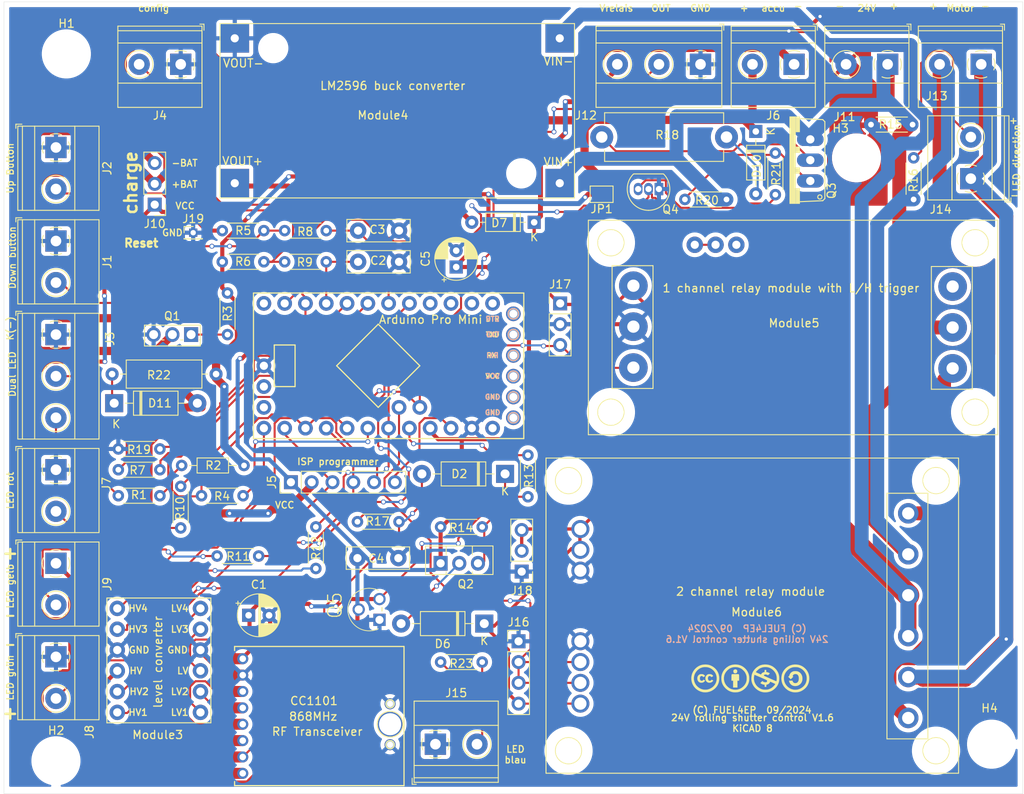
<source format=kicad_pcb>
(kicad_pcb (version 20240108) (generator "pcbnew") (generator_version "8.0")
  (title_block (title "HM-LC-Bl1-FM_FUEL4EP_PCB") (date "2024-09-30") (rev "1.6") (company "FUEL4EP"))
  (layers (0 "F.Cu" signal) (31 "B.Cu" signal) (34 "B.Paste" user) (35 "F.Paste" user) (36 "B.SilkS" user "B.Silkscreen") (37 "F.SilkS" user "F.Silkscreen") (38 "B.Mask" user) (39 "F.Mask" user) (44 "Edge.Cuts" user))
  (net 0 "")
  (net 1 "GND")
  (net 2 "/MOSI")
  (net 3 "/SCK")
  (net 4 "/MISO")
  (net 5 "/RSET")
  (net 6 "Net-(Module1-PD6_6)")
  (net 7 "VCC")
  (net 8 "Net-(Module1-PD3_3)")
  (net 9 "Net-(D2-A)")
  (net 10 "/V_relais")
  (net 11 "Net-(D6-A)")
  (net 12 "Net-(D7-A)")
  (net 13 "Net-(D10-A)")
  (net 14 "Net-(D11-K)")
  (net 15 "/D7")
  (net 16 "Net-(J1-Pin_2)")
  (net 17 "Net-(J2-Pin_2)")
  (net 18 "/24V_raw")
  (net 19 "Net-(Q3-Pad2)")
  (net 20 "Net-(Q3-Pad1)")
  (net 21 "Net-(J3-Pin_3)")
  (net 22 "Net-(J3-Pin_2)")
  (net 23 "Net-(J4-Pin_2)")
  (net 24 "Net-(J7-Pin_2)")
  (net 25 "Net-(J8-Pin_2)")
  (net 26 "Net-(J9-Pin_2)")
  (net 27 "Net-(J14-Pin_2)")
  (net 28 "/A5")
  (net 29 "/A4")
  (net 30 "/A2")
  (net 31 "/A3")
  (net 32 "/D2")
  (net 33 "Net-(J15-Pin_2)")
  (net 36 "/24V_switched")
  (net 37 "/A0")
  (net 38 "/A1")
  (net 39 "/SS")
  (net 41 "/LDO_3.3V")
  (net 43 "Net-(Module1-PD4_4)")
  (net 50 "Net-(Module1-PD5_5)")
  (net 55 "Net-(Module2-SCLK)")
  (net 56 "Net-(Module2-~{CSN})")
  (net 57 "Net-(Module2-MISO)")
  (net 58 "Net-(Module2-MOSI)")
  (net 62 "Net-(Module5-H)")
  (net 63 "/GND_power")
  (net 64 "/Motor_plus")
  (net 65 "/Motor_minus")
  (net 67 "/minusBAT")
  (net 68 "/plusBAT")
  (net 69 "Net-(Q1-G)")
  (net 70 "Net-(Q2-B)")
  (net 71 "Net-(Q4-D)")
  (footprint "Capacitor_THT:CP_Radial_D5.0mm_P2.50mm" (layer "F.Cu") (at 29.885 -21.79)
    (property "Reference" "C1")
    (property "Value" "10uF")
  )
  (footprint "Diode_THT:D_DO-35_SOD27_P7.62mm_Horizontal" (layer "F.Cu") (at 64.77 -69.796 180)
    (property "Reference" "D7")
    (property "Value" "1N4148")
  )
  (footprint "Diode_THT:D_DO-41_SOD81_P10.16mm_Horizontal" (layer "F.Cu") (at 13.462 -47.698)
    (property "Reference" "D11")
    (property "Value" "1N4735A 6.2V")
  )
  (footprint "Connector_PinHeader_2.54mm:PinHeader_1x06_P2.54mm_Vertical" (layer "F.Cu") (at 35.052 -38.046 90)
    (property "Reference" "J5")
    (property "Value" "ISP Programmer")
  )
  (footprint "Package_TO_SOT_THT:TO-251-3_Vertical" (layer "F.Cu") (at 22.86 -56.08 180)
    (property "Reference" "Q1")
    (property "Value" "IRLU024N")
  )
  (footprint "Package_TO_SOT_THT:TO-126-3_Vertical" (layer "F.Cu") (at 53.34 -28.14)
    (property "Reference" "Q2")
    (property "Value" "BD238")
  )
  (footprint "Package_TO_SOT_THT:TO-92_Inline" (layer "F.Cu") (at 80.01 -73.86 180)
    (property "Reference" "Q4")
    (property "Value" "2N7000")
  )
  (footprint "Resistor_THT:R_Axial_DIN0204_L3.6mm_D1.6mm_P5.08mm_Horizontal" (layer "F.Cu") (at 13.97 -36.395)
    (property "Reference" "R1")
    (property "Value" "330")
  )
  (footprint "Resistor_THT:R_Axial_DIN0204_L3.6mm_D1.6mm_P5.08mm_Horizontal" (layer "F.Cu") (at 13.97 -39.57)
    (property "Reference" "R7")
    (property "Value" "330")
  )
  (footprint "FUEL4EP:CC-BY-ND-SA" (layer "F.Cu") (at 91.1606 -14.0938)
    (property "Reference" "LOGO1" (hide yes))
    (property "Value" "Logo_Open_Hardware_Small" (hide yes))
  )
  (footprint "FUEL4EP:1_channel_relay_module" (layer "F.Cu") (at 71.39 -70.05)
    (property "Reference" "Module5")
    (property "Value" "Velux Motor Relais")
  )
  (footprint "FUEL4EP:2_channel_relay_module" (layer "F.Cu") (at 66.215 -40.995)
    (property "Reference" "Module6")
    (property "Value" "Velux Motor H-Brücken Relais")
  )
  (footprint "Resistor_THT:R_Axial_DIN0204_L3.6mm_D1.6mm_P5.08mm_Horizontal" (layer "F.Cu") (at 39.37 -68.78 180)
    (property "Reference" "R8")
    (property "Value" "470")
  )
  (footprint "Resistor_THT:R_Axial_DIN0204_L3.6mm_D1.6mm_P5.08mm_Horizontal" (layer "F.Cu") (at 21.59 -37.538 -90)
    (property "Reference" "R10")
    (property "Value" "330")
  )
  (footprint "Resistor_THT:R_Axial_DIN0204_L3.6mm_D1.6mm_P5.08mm_Horizontal" (layer "F.Cu") (at 31.115 -29.029 180)
    (property "Reference" "R11")
    (property "Value" "330")
  )
  (footprint "Resistor_THT:R_Axial_DIN0204_L3.6mm_D1.6mm_P5.08mm_Horizontal" (layer "F.Cu") (at 38.1 -32.585 -90)
    (property "Reference" "R12")
    (property "Value" "330")
  )
  (footprint "Resistor_THT:R_Axial_DIN0204_L3.6mm_D1.6mm_P5.08mm_Horizontal" (layer "F.Cu") (at 64.008 -41.348 -90)
    (property "Reference" "R13")
    (property "Value" "1k")
  )
  (footprint "Resistor_THT:R_Axial_DIN0204_L3.6mm_D1.6mm_P5.08mm_Horizontal" (layer "F.Cu") (at 53.34 -32.585)
    (property "Reference" "R14")
    (property "Value" "1k")
  )
  (footprint "Resistor_THT:R_Axial_DIN0204_L3.6mm_D1.6mm_P5.08mm_Horizontal" (layer "F.Cu") (at 110.998 -81.734 180)
    (property "Reference" "R15")
    (property "Value" "1k")
  )
  (footprint "Resistor_THT:R_Axial_DIN0204_L3.6mm_D1.6mm_P5.08mm_Horizontal" (layer "F.Cu") (at 48.26 -33.22 180)
    (property "Reference" "R17")
    (property "Value" "10k")
  )
  (footprint "FUEL4EP:TO127P254X533-3" (layer "F.Cu") (at 43.3324 -23.7712 90)
    (property "Reference" "Q5")
    (property "Value" "MCP1702-3302E/TO")
  )
  (footprint "Resistor_THT:R_Axial_DIN0204_L3.6mm_D1.6mm_P5.08mm_Horizontal" (layer "F.Cu") (at 39.37 -64.97 180)
    (property "Reference" "R9")
    (property "Value" "470")
  )
  (footprint "TerminalBlock_Phoenix:TerminalBlock_Phoenix_MKDS-1,5-2-5.08_1x02_P5.08mm_Horizontal" (layer "F.Cu") (at 6.35 -67.51 -90)
    (property "Reference" "J1")
    (property "Value" "Down Button")
  )
  (footprint "TerminalBlock_Phoenix:TerminalBlock_Phoenix_MKDS-1,5-3-5.08_1x03_P5.08mm_Horizontal" (layer "F.Cu") (at 6.35 -56.08 -90)
    (property "Reference" "J3")
    (property "Value" "Dual LED")
  )
  (footprint "TerminalBlock_Phoenix:TerminalBlock_Phoenix_MKDS-1,5-2-5.08_1x02_P5.08mm_Horizontal" (layer "F.Cu") (at 21.59 -89.1 180)
    (property "Reference" "J4")
    (property "Value" "Config Button")
  )
  (footprint "Capacitor_THT:CP_Radial_D5.0mm_P2.00mm" (layer "F.Cu") (at 55.245 -64.335 90)
    (property "Reference" "C5")
    (property "Value" "10u")
  )
  (footprint "TerminalBlock_Phoenix:TerminalBlock_Phoenix_MKDS-1,5-2-5.08_1x02_P5.08mm_Horizontal" (layer "F.Cu") (at 6.35 -16.71 -90)
    (property "Reference" "J8")
    (property "Value" "LED grün")
  )
  (footprint "TerminalBlock_Phoenix:TerminalBlock_Phoenix_MKDS-1,5-2-5.08_1x02_P5.08mm_Horizontal" (layer "F.Cu") (at 6.35 -28.14 -90)
    (property "Reference" "J9")
    (property "Value" "LED gelb")
  )
  (footprint "TerminalBlock_Phoenix:TerminalBlock_Phoenix_MKDS-1,5-2-5.08_1x02_P5.08mm_Horizontal" (layer "F.Cu") (at 107.95 -89.1 180)
    (property "Reference" "J11")
    (property "Value" "24V PSU")
  )
  (footprint "Resistor_THT:R_Axial_DIN0204_L3.6mm_D1.6mm_P5.08mm_Horizontal" (layer "F.Cu") (at 26.67 -68.78)
    (property "Reference" "R5")
    (property "Value" "10k")
  )
  (footprint "Resistor_THT:R_Axial_DIN0204_L3.6mm_D1.6mm_P5.08mm_Horizontal" (layer "F.Cu") (at 26.67 -64.97)
    (property "Reference" "R6")
    (property "Value" "10k")
  )
  (footprint "TerminalBlock_Phoenix:TerminalBlock_Phoenix_MKDS-1,5-2-5.08_1x02_P5.08mm_Horizontal" (layer "F.Cu") (at 118.11 -75.13 90)
    (property "Reference" "J14")
    (property "Value" "Motor direction LEDs")
  )
  (footprint "Capacitor_THT:C_Disc_D7.5mm_W2.5mm_P5.00mm" (layer "F.Cu") (at 43.26 -68.78)
    (property "Reference" "C3")
    (property "Value" "100n")
  )
  (footprint "Resistor_THT:R_Axial_DIN0204_L3.6mm_D1.6mm_P5.08mm_Horizontal" (layer "F.Cu") (at 94.234 -78.2542 -90)
    (property "Reference" "R21")
    (property "Value" "2.7k")
  )
  (footprint "TerminalBlock_Phoenix:TerminalBlock_Phoenix_MKDS-1,5-2-5.08_1x02_P5.08mm_Horizontal" (layer "F.Cu") (at 6.35 -78.94 -90)
    (property "Reference" "J2")
    (property "Value" "Up Button")
  )
  (footprint "Resistor_THT:R_Axial_DIN0309_L9.0mm_D3.2mm_P12.70mm_Horizontal" (layer "F.Cu") (at 25.908 -51.254 180)
    (property "Reference" "R22")
    (property "Value" "2.7")
  )
  (footprint "Diode_THT:D_DO-35_SOD27_P7.62mm_Horizontal" (layer "F.Cu") (at 91.8464 -80.8958 -90)
    (property "Reference" "D10")
    (property "Value" "1N4148")
  )
  (footprint "Resistor_THT:R_Axial_DIN0204_L3.6mm_D1.6mm_P5.08mm_Horizontal" (layer "F.Cu") (at 27.305 -61.16 -90)
    (property "Reference" "R3")
    (property "Value" "100K")
  )
  (footprint "Connector_PinHeader_2.54mm:PinHeader_1x03_P2.54mm_Vertical" (layer "F.Cu") (at 18.415 -71.955 180)
    (property "Reference" "J10")
    (property "Value" "charge")
  )
  (footprint "TerminalBlock_Phoenix:TerminalBlock_Phoenix_MKDS-1,5-2-5.08_1x02_P5.08mm_Horizontal" (layer "F.Cu") (at 119.38 -89.1 180)
    (property "Reference" "J13")
    (property "Value" "Velux Motor")
  )
  (footprint "FUEL4EP:MountingHole_M3" (layer "F.Cu") (at 7.62 -90.37)
    (property "Reference" "H1")
    (property "Value" "MountingHole")
  )
  (footprint "FUEL4EP:MountingHole_M3" (layer "F.Cu") (at 6.35 -4.01)
    (property "Reference" "H2")
    (property "Value" "MountingHole")
  )
  (footprint "TerminalBlock_Phoenix:TerminalBlock_Phoenix_MKDS-1,5-2-5.08_1x02_P5.08mm_Horizontal" (layer "F.Cu") (at 96.52 -89.1 180)
    (property "Reference" "J6")
    (property "Value" "Accumulator")
  )
  (footprint "FUEL4EP:ArduinoProMini" (layer "F.Cu") (at 30.48 -61.16)
    (property "Reference" "Module1" (hide yes))
    (property "Value" "Arduino_Pro_Mini_328P_1")
  )
  (footprint "Resistor_THT:R_Axial_DIN0204_L3.6mm_D1.6mm_P5.08mm_Horizontal" (layer "F.Cu") (at 111.125 -72.59 90)
    (property "Reference" "R16")
    (property "Value" "1.2k")
  )
  (footprint "FUEL4EP:MountingHole_M3" (layer "F.Cu") (at 104.14 -77.67)
    (property "Reference" "H3")
    (property "Value" "MountingHole")
  )
  (footprint "Capacitor_THT:C_Disc_D7.5mm_W2.5mm_P5.00mm" (layer "F.Cu") (at 43.18 -28.775)
    (property "Reference" "C4")
    (property "Value" "100n")
  )
  (footprint "Resistor_THT:R_Axial_DIN0204_L3.6mm_D1.6mm_P5.08mm_Horizontal" (layer "F.Cu") (at 88.265 -72.59 180)
    (property "Reference" "R20")
    (property "Value" "1k")
  )
  (footprint "Resistor_THT:R_Axial_DIN0204_L3.6mm_D1.6mm_P5.08mm_Horizontal" (layer "F.Cu") (at 29.21 -36.395 180)
    (property "Reference" "R4")
    (property "Value" "100k")
  )
  (footprint "Resistor_THT:R_Axial_DIN0204_L3.6mm_D1.6mm_P7.62mm_Horizontal" (layer "F.Cu") (at 21.7043 -40.0907)
    (property "Reference" "R2")
    (property "Value" "470k")
  )
  (footprint "FUEL4EP:TO220V" (layer "F.Cu") (at 95.9612 -77.3906 90)
    (property "Reference" "Q3")
    (property "Value" "IRF9Z34N")
  )
  (footprint "Jumper:SolderJumper-2_P1.3mm_Bridged2Bar_Pad1.0x1.5mm" (layer "F.Cu") (at 73.01 -73.225 180)
    (property "Reference" "JP1")
    (property "Value" "Jumper")
  )
  (footprint "Resistor_THT:R_Axial_DIN0614_L14.3mm_D5.7mm_P15.24mm_Horizontal" (layer "F.Cu") (at 73.025 -80.21)
    (property "Reference" "R18")
    (property "Value" "180")
  )
  (footprint "TerminalBlock_Phoenix:TerminalBlock_Phoenix_MKDS-1,5-2-5.08_1x02_P5.08mm_Horizontal" (layer "F.Cu") (at 52.705 -6.042)
    (property "Reference" "J15")
    (property "Value" "Charge Indication LED")
  )
  (footprint "Resistor_THT:R_Axial_DIN0204_L3.6mm_D1.6mm_P5.08mm_Horizontal" (layer "F.Cu") (at 58.42 -16.075 180)
    (property "Reference" "R23")
    (property "Value" "330")
  )
  (footprint "Connector_PinHeader_2.54mm:PinHeader_1x03_P2.54mm_Vertical" (layer "F.Cu") (at 67.945 -59.89)
    (property "Reference" "J17")
    (property "Value" "Motor Relais In")
  )
  (footprint "Diode_THT:D_DO-41_SOD81_P10.16mm_Horizontal" (layer "F.Cu") (at 61.214 -39.062 180)
    (property "Reference" "D2")
    (property "Value" "1N5819")
  )
  (footprint "FUEL4EP:MountingHole_M3" (layer "F.Cu") (at 120.65 -6.042)
    (property "Reference" "H4")
    (property "Value" "MountingHole")
  )
  (footprint "Connector_PinHeader_2.54mm:PinHeader_1x04_P2.54mm_Vertical" (layer "F.Cu") (at 62.865 -18.615)
    (property "Reference" "J16")
    (property "Value" "H Brücke Relais In")
  )
  (footprint "Connector_PinHeader_2.54mm:PinHeader_1x03_P2.54mm_Vertical" (layer "F.Cu") (at 63.246 -27.124 180)
    (property "Reference" "J18")
    (property "Value" "Conn_01x03")
  )
  (footprint "Capacitor_THT:C_Disc_D7.5mm_W2.5mm_P5.00mm" (layer "F.Cu") (at 43.26 -64.97)
    (property "Reference" "C2")
    (property "Value" "100n")
  )
  (footprint "Resistor_THT:R_Axial_DIN0204_L3.6mm_D1.6mm_P5.08mm_Horizontal" (layer "F.Cu") (at 19.05 -42.11 180)
    (property "Reference" "R19")
    (property "Value" "4.7k")
  )
  (footprint "FUEL4EP:CC1101" (layer "F.Cu") (at 26.67 -17.98)
    (property "Reference" "Module2" (hide yes))
    (property "Value" "CC1101_transceiver_module")
  )
  (footprint "TerminalBlock_Phoenix:TerminalBlock_Phoenix_MKDS-1,5-2-5.08_1x02_P5.08mm_Horizontal" (layer "F.Cu") (at 6.35 -39.57 -90)
    (property "Reference" "J7")
    (property "Value" "LED rot")
  )
  (footprint "TerminalBlock_Phoenix:TerminalBlock_Phoenix_MKDS-1,5-3-5.08_1x03_P5.08mm_Horizontal" (layer "F.Cu") (at 85.09 -89.1 180)
    (property "Reference" "J12")
    (property "Value" "230V Netzteil Relais")
  )
  (footprint "Diode_THT:D_DO-41_SOD81_P10.16mm_Horizontal" (layer "F.Cu") (at 58.674 -20.774 180)
    (property "Reference" "D6")
    (property "Value" "1N5819")
  )
  (footprint "FUEL4EP:4_channel_LOGIC_LEVEL_CONVERTER" (layer "F.Cu") (at 18.923 -16.2782 180)
    (property "Reference" "Module3")
    (property "Value" "4_channel_LOGIC_LEVEL_CONVERTER" (hide yes))
  )
  (footprint "FUEL4EP:LM2596_buck" (layer "F.Cu") (at 26.394 -94.075)
    (property "Reference" "Module4")
    (property "Value" "LM2596_buck 24V->6.3V")
  )
  (footprint "Connector_PinHeader_1.27mm:PinHeader_1x01_P1.27mm_Vertical" (layer "F.Cu") (at 23.114 -68.526)
    (property "Reference" "J19")
    (property "Value" "GND")
  )
  (gr_line (start 0 0) (end 0 -96.72) (stroke (width 0.0381)) (layer "Edge.Cuts"))
  (gr_line (start 0 -96.72) (end 124.46 -96.72) (stroke (width 0.0381)) (layer "Edge.Cuts"))
  (gr_line (start 124.46 0) (end 0 0) (stroke (width 0.0381)) (layer "Edge.Cuts"))
  (gr_line (start 124.46 -96.72) (end 124.46 0) (stroke (width 0.0381)) (layer "Edge.Cuts"))
  (gr_text "(C) FUEL4EP  09/2024\n24V rolling shutter control V1.6\n" (at 90.7796 -19.504 0) (layer "B.SilkS") (effects (font (size 0.8128 0.8128) (thickness 0.1524)) (justify mirror)))
  (gr_text "Dual LED" (at 1.016 -51.254 90) (layer "F.SilkS") (effects (font (size 0.8128 0.8128) (thickness 0.1524))))
  (gr_text "LED grün\n" (at 0.762 -14.17 90) (layer "F.SilkS") (effects (font (size 0.8128 0.8128) (thickness 0.1524))))
  (gr_text "LED gelb" (at 0.762 -25.346 90) (layer "F.SilkS") (effects (font (size 0.8128 0.8128) (thickness 0.1524))))
  (gr_text "config" (at 18.288 -95.958 0) (layer "F.SilkS") (effects (font (size 0.8128 0.8128) (thickness 0.1524))))
  (gr_text "Reset" (at 16.764 -67.256 0) (layer "F.SilkS") (effects (font (size 1 1) (thickness 0.25))))
  (gr_text "-\n" (at 119.888 -96.212 0) (layer "F.SilkS") (effects (font (size 0.8128 0.8128) (thickness 0.1524))))
  (gr_text "+" (at 0.762 -29.41 0) (layer "F.SilkS") (effects (font (size 1.524 1.524) (thickness 0.3048))))
  (gr_text "-" (at 0.762 -18.234 0) (layer "F.SilkS") (effects (font (size 1 1) (thickness 0.25))))
  (gr_text "VCC\n" (at 22.1234 -71.8026 0) (layer "F.SilkS") (effects (font (size 0.8128 0.8128) (thickness 0.1524))))
  (gr_text "(C) FUEL4EP  09/2024  " (at 91.9988 -10.2076 0) (layer "F.SilkS") (effects (font (size 0.8128 0.8128) (thickness 0.1524))))
  (gr_text "LED\nblau" (at 62.484 -4.772 0) (layer "F.SilkS") (effects (font (size 0.8128 0.8128) (thickness 0.1524))))
  (gr_text "-" (at 97.028 -96.212 0) (layer "F.SilkS") (effects (font (size 0.8128 0.8128) (thickness 0.1524))))
  (gr_text "LED direction\n" (at 123.698 -77.67 90) (layer "F.SilkS") (effects (font (size 0.8128 0.8128) (thickness 0.1524))))
  (gr_text "LED rot\n" (at 0.762 -37.03 90) (layer "F.SilkS") (effects (font (size 0.8128 0.8128) (thickness 0.1524))))
  (gr_text "+\n" (at 123.317 -82.242 0) (layer "F.SilkS") (effects (font (size 0.8128 0.8128) (thickness 0.1524))))
  (gr_text "K(-)" (at 0.762 -56.842 90) (layer "F.SilkS") (effects (font (size 0.8128 0.8128) (thickness 0.1524))))
  (gr_text "-" (at 102.108 -96.212 0) (layer "F.SilkS") (effects (font (size 0.8128 0.8128) (thickness 0.1524))))
  (gr_text "+" (at 0.762 -9.852 0) (layer "F.SilkS") (effects (font (size 1.524 1.524) (thickness 0.3048))))
  (gr_text "accu" (at 93.98 -95.958 0) (layer "F.SilkS") (effects (font (size 0.8128 0.8128) (thickness 0.1524))))
  (gr_text "+\n" (at 90.424 -95.958 0) (layer "F.SilkS") (effects (font (size 0.8128 0.8128) (thickness 0.1524))))
  (gr_text "24V rolling shutter control V1.6\nKiCAD 8\n\n\n" (at 91.44 -7.312 0) (layer "F.SilkS") (effects (font (size 0.8128 0.8128) (thickness 0.1524))))
  (gr_text "+BAT" (at 22.0726 -74.4442 0) (layer "F.SilkS") (effects (font (size 0.8128 0.8128) (thickness 0.1524))))
  (gr_text "Down button\n" (at 1.016 -65.478 90) (layer "F.SilkS") (effects (font (size 0.8128 0.8128) (thickness 0.1524))))
  (gr_text "OUT" (at 80.264 -95.958 0) (layer "F.SilkS") (effects (font (size 0.8128 0.8128) (thickness 0.1524))))
  (gr_text "Motor" (at 116.84 -95.958 0) (layer "F.SilkS") (effects (font (size 0.8128 0.8128) (thickness 0.1524))))
  (gr_text "-BAT" (at 22.0726 -77.035 0) (layer "F.SilkS") (effects (font (size 0.8128 0.8128) (thickness 0.1524))))
  (gr_text "GND" (at 85.09 -95.958 0) (layer "F.SilkS") (effects (font (size 0.8128 0.8128) (thickness 0.1524))))
  (gr_text "charge" (at 15.494 -74.622 90) (layer "F.SilkS") (effects (font (size 1.524 1.524) (thickness 0.3048))))
  (gr_text "ISP programmer" (at 40.7924 -40.5606 0) (layer "F.SilkS") (effects (font (size 0.8128 0.8128) (thickness 0.1524))))
  (gr_text "-\n" (at 123.444 -73.098 0) (layer "F.SilkS") (effects (font (size 0.8128 0.8128) (thickness 0.1524))))
  (gr_text "-" (at 0.762 -21.79 0) (layer "F.SilkS") (effects (font (size 1 1) (thickness 0.25))))
  (gr_text "24V" (at 105.41 -95.958 0) (layer "F.SilkS") (effects (font (size 0.8128 0.8128) (thickness 0.1524))))
  (gr_text "+\n" (at 113.538 -96.212 0) (layer "F.SilkS") (effects (font (size 0.8128 0.8128) (thickness 0.1524))))
  (gr_text "GND\n" (at 20.574 -68.526 0) (layer "F.SilkS") (effects (font (size 0.8128 0.8128) (thickness 0.1524))))
  (gr_text "Vrelais" (at 74.803 -95.958 0) (layer "F.SilkS") (effects (font (size 0.8128 0.8128) (thickness 0.1524))))
  (gr_text "Up Button\n" (at 0.762 -76.4 90) (layer "F.SilkS") (effects (font (size 0.8128 0.8128) (thickness 0.1524))))
  (gr_text "VCC" (at 34.29 -35.252 0) (layer "F.SilkS") (effects (font (size 0.8128 0.8128) (thickness 0.1524))))
  (gr_text "+" (at 108.712 -96.212 0) (layer "F.SilkS") (effects (font (size 0.8128 0.8128) (thickness 0.1524))))
  (segment (start 67.945 -57.35) (end 76.2 -57.35) (width 0.5) (layer "F.Cu") (net 1))
  (segment (start 28.17 -14.48) (end 26.868 -14.48) (width 0.5) (layer "F.Cu") (net 1))
  (segment (start 97.917 -93.164) (end 99.695 -94.942) (width 0.5) (layer "F.Cu") (net 1))
  (segment (start 29.17 -14.48) (end 32.512 -17.822) (width 0.5) (layer "F.Cu") (net 1))
  (segment (start 26.868 -14.48) (end 23.876 -17.472) (width 0.5) (layer "F.Cu") (net 1))
  (segment (start 32.512 -17.822) (end 32.512 -21.536) (width 0.5) (layer "F.Cu") (net 1))
  (segment (start 95.885 -93.164) (end 97.917 -93.164) (width 0.5) (layer "F.Cu") (net 1))
  (via (at 99.695 -94.942) (size 0.6) (drill 0.4) (layers "F.Cu" "B.Cu") (net 1))
  (via (at 95.885 -93.164) (size 0.6) (drill 0.4) (layers "F.Cu" "B.Cu") (net 1))
  (segment (start 31.012093 -31.430091) (end 31.012093 -31.559999) (width 0.25) (layer "F.Cu") (net 2))
  (segment (start 40.132 -38.046) (end 34.29 -43.888) (width 0.25) (layer "F.Cu") (net 2))
  (segment (start 24.049001 -24.466999) (end 31.012093 -31.430091) (width 0.25) (layer "F.Cu") (net 2))
  (segment (start 19.998077 -20.545983) (end 23.919093 -24.466999) (width 0.25) (layer "F.Cu") (net 2))
  (segment (start 31.012093 -31.559999) (end 31.607001 -31.559999) (width 0.25) (layer "F.Cu") (net 2))
  (segment (start 15.045077 -9.852) (end 19.998077 -14.805) (width 0.25) (layer "F.Cu") (net 2))
  (segment (start 19.998077 -14.805) (end 19.998077 -20.545983) (width 0.25) (layer "F.Cu") (net 2))
  (segment (start 23.919093 -24.466999) (end 24.049001 -24.466999) (width 0.25) (layer "F.Cu") (net 2))
  (segment (start 33.876999 -33.829997) (end 36.042997 -33.829997) (width 0.25) (layer "F.Cu") (net 2))
  (segment (start 31.607001 -31.559999) (end 33.876999 -33.829997) (width 0.25) (layer "F.Cu") (net 2))
  (segment (start 13.716 -9.852) (end 15.045077 -9.852) (width 0.25) (layer "F.Cu") (net 2))
  (segment (start 36.042997 -33.829997) (end 40.132 -37.919) (width 0.25) (layer "F.Cu") (net 2))
  (segment (start 41.656 -42.364) (end 39.37 -44.65) (width 0.25) (layer "F.Cu") (net 3))
  (segment (start 42.672 -40.713) (end 41.656 -41.729) (width 0.25) (layer "F.Cu") (net 3))
  (segment (start 41.656 -41.729) (end 41.656 -42.364) (width 0.25) (layer "F.Cu") (net 3))
  (segment (start 42.672 -38.554) (end 42.672 -40.713) (width 0.25) (layer "F.Cu") (net 3))
  (segment (start 42.672 -38.046) (end 42.672 -35.639998) (width 0.25) (layer "F.Cu") (net 3))
  (segment (start 32.124002 -25.092) (end 25.654 -25.092) (width 0.25) (layer "F.Cu") (net 3))
  (segment (start 23.749 -25.092) (end 17.272 -18.615) (width 0.25) (layer "F.Cu") (net 3))
  (segment (start 42.672 -35.639998) (end 32.124002 -25.092) (width 0.25) (layer "F.Cu") (net 3))
  (segment (start 17.272 -18.615) (end 17.272 -15.313) (width 0.25) (layer "F.Cu") (net 3))
  (segment (start 17.272 -15.313) (end 14.351 -12.392) (width 0.25) (layer "F.Cu") (net 3))
  (via (at 23.749 -25.092) (size 0.6) (drill 0.4) (layers "F.Cu" "B.Cu") (net 3))
  (via (at 25.654 -25.092) (size 0.6) (drill 0.4) (layers "F.Cu" "B.Cu") (net 3))
  (segment (start 25.654 -25.092) (end 23.749 -25.092) (width 0.25) (layer "B.Cu") (net 3))
  (segment (start 40.595001 -44.151997) (end 40.595001 -45.238001) (width 0.25) (layer "F.Cu") (net 4))
  (segment (start 15.045077 -20.572079) (end 15.045077 -20.012) (width 0.25) (layer "F.Cu") (net 4))
  (segment (start 33.064999 -37.576001) (end 28.956 -33.467002) (width 0.25) (layer "F.Cu") (net 4))
  (segment (start 24.526999 -30.054001) (end 15.045077 -20.572079) (width 0.25) (layer "F.Cu") (net 4))
  (segment (start 26.044001 -30.054001) (end 24.526999 -30.054001) (width 0.25) (layer "F.Cu") (net 4))
  (segment (start 38.055001 -45.875001) (end 36.957 -44.777) (width 0.25) (layer "F.Cu") (net 4))
  (segment (start 35.604999 -45.875001) (end 33.701999 -45.875001) (width 0.25) (layer "F.Cu") (net 4))
  (segment (start 28.956 -33.467002) (end 28.956 -32.966) (width 0.25) (layer "F.Cu") (net 4))
  (segment (start 15.045077 -20.012) (end 13.716 -20.012) (width 0.25) (layer "F.Cu") (net 4))
  (segment (start 36.83 -44.65) (end 35.604999 -45.875001) (width 0.25) (layer "F.Cu") (net 4))
  (segment (start 28.956 -32.966) (end 26.044001 -30.054001) (width 0.25) (layer "F.Cu") (net 4))
  (segment (start 45.583001 -38.417001) (end 45.583001 -41.013005) (width 0.25) (layer "F.Cu") (net 4))
  (segment (start 33.064999 -45.238001) (end 33.064999 -37.576001) (width 0.25) (layer "F.Cu") (net 4))
  (segment (start 43.733993 -41.013005) (end 40.595001 -44.151997) (width 0.25) (layer "F.Cu") (net 4))
  (segment (start 39.958001 -45.875001) (end 38.055001 -45.875001) (width 0.25) (layer "F.Cu") (net 4))
  (segment (start 45.583001 -41.013005) (end 43.733993 -41.013005) (width 0.25) (layer "F.Cu") (net 4))
  (segment (start 33.701999 -45.875001) (end 33.064999 -45.238001) (width 0.25) (layer "F.Cu") (net 4))
  (segment (start 40.595001 -45.238001) (end 39.958001 -45.875001) (width 0.25) (layer "F.Cu") (net 4))
  (segment (start 51.392001 -45.875001) (end 50.755001 -45.238001) (width 0.25) (layer "F.Cu") (net 5))
  (segment (start 51.392001 -45.875001) (end 53.384999 -45.875001) (width 0.25) (layer "F.Cu") (net 5))
  (segment (start 50.755001 -41.847003) (end 47.625 -38.717002) (width 0.25) (layer "F.Cu") (net 5))
  (segment (start 54.61 -44.65) (end 53.384999 -45.875001) (width 0.25) (layer "F.Cu") (net 5))
  (segment (start 50.755001 -45.238001) (end 50.755001 -41.847003) (width 0.25) (layer "F.Cu") (net 5))
  (segment (start 39.37 -64.97) (end 43.18 -64.97) (width 0.25) (layer "F.Cu") (net 6))
  (segment (start 39.37 -59.89) (end 39.37 -64.97) (width 0.25) (layer "F.Cu") (net 6))
  (segment (start 53.039001 -43.299999) (end 52.197 -44.142) (width 0.5) (layer "F.Cu") (net 7))
  (segment (start 4.599999 -12.521599) (end 7.038399 -14.959999) (width 0.5) (layer "F.Cu") (net 7))
  (segment (start 8.100001 -20.399999) (end 7.190001 -21.309999) (width 0.5) (layer "F.Cu") (net 7))
  (segment (start 72.36 -73.225) (end 71.374 -73.225) (width 0.6) (layer "F.Cu") (net 7))
  (segment (start 34.8234 -75.3967) (end 34.7853 -75.3586) (width 0.5) (layer "F.Cu") (net 7))
  (segment (start 59.182 -73.225) (end 59.182 -68.421998) (width 0.5) (layer "F.Cu") (net 7))
  (segment (start 43.18 -21.79) (end 43.18 -14.824998) (width 0.5) (layer "F.Cu") (net 7))
  (segment (start 13.843 -15.0082) (end 8.610999 -9.776199) (width 0.5) (layer "F.Cu") (net 7))
  (segment (start 19.304 -71.066) (end 18.415 -71.955) (width 0.5) (layer "F.Cu") (net 7))
  (segment (start 27.305 -61.16) (end 29.655011 -58.809989) (width 0.5) (layer "F.Cu") (net 7))
  (segment (start 26.658001 -61.806999) (end 27.305 -61.16) (width 0.5) (layer "F.Cu") (net 7))
  (segment (start 63.673999 -43.299999) (end 55.926999 -43.299999) (width 0.5) (layer "F.Cu") (net 7))
  (segment (start 26.67 -64.97) (end 26.67 -61.818998) (width 0.5) (layer "F.Cu") (net 7))
  (segment (start 43.18 -14.824998) (end 29.710001 -1.354999) (width 0.5) (layer "F.Cu") (net 7))
  (segment (start 55.926999 -43.299999) (end 55.926999 -35.044999) (width 0.5) (layer "F.Cu") (net 7))
  (segment (start 12.2682 -60.8044) (end 12.2682 -65.8082) (width 0.5) (layer "F.Cu") (net 7))
  (segment (start 26.67 -68.78) (end 24.76 -68.78) (width 0.5) (layer "F.Cu") (net 7))
  (segment (start 29.083 -53.159) (end 28.829 -53.159) (width 0.5) (layer "F.Cu") (net 7))
  (segment (start 4.149989 -51.389991) (end 5.537998 -52.778) (width 0.5) (layer "F.Cu") (net 7))
  (segment (start 24.76 -68.78) (end 22.474 -71.066) (width 0.5) (layer "F.Cu") (net 7))
  (segment (start 7.190001 -21.309999) (end 5.509999 -21.309999) (width 0.5) (layer "F.Cu") (net 7))
  (segment (start 7.038399 -14.959999) (end 8.010001 -14.959999) (width 0.5) (layer "F.Cu") (net 7))
  (segment (start 14.034999 -1.354999) (end 8.610999 -6.778999) (width 0.5) (layer "F.Cu") (net 7))
  (segment (start 55.926999 -43.299999) (end 53.039001 -43.299999) (width 0.5) (layer "F.Cu") (net 7))
  (segment (start 22.474 -71.066) (end 19.304 -71.066) (width 0.5) (layer "F.Cu") (net 7))
  (segment (start 71.374 -73.225) (end 70.993 -72.844) (width 0.6) (layer "F.Cu") (net 7))
  (segment (start 8.010001 -14.959999) (end 8.100001 -15.049999) (width 0.5) (layer "F.Cu") (net 7))
  (segment (start 59.035998 -64.335) (end 64.135 -59.235998) (width 0.5) (layer "F.Cu") (net 7))
  (segment (start 29.710001 -1.354999) (end 14.034999 -1.354999) (width 0.5) (layer "F.Cu") (net 7))
  (segment (start 59.182 -68.421998) (end 55.245 -64.484998) (width 0.5) (layer "F.Cu") (net 7))
  (segment (start 8.610999 -6.778999) (end 4.599999 -10.789999) (width 0.5) (layer "F.Cu") (net 7))
  (segment (start 4.599999 -10.789999) (end 4.599999 -12.521599) (width 0.5) (layer "F.Cu") (net 7))
  (segment (start 29.655011 -53.731011) (end 29.083 -53.159) (width 0.5) (layer "F.Cu") (net 7))
  (segment (start 5.537998 -52.778) (end 12.319 -52.778) (width 0.5) (layer "F.Cu") (net 7))
  (segment (start 26.67 -61.818998) (end 26.658001 -61.806999) (width 0.5) (layer "F.Cu") (net 7))
  (segment (start 55.926999 -35.044999) (end 53.467 -32.585) (width 0.5) (layer "F.Cu") (net 7))
  (segment (start 64.135 -59.235998) (end 64.135 -43.761) (width 0.5) (layer "F.Cu") (net 7))
  (segment (start 59.182 -73.225) (end 43.942 -73.225) (width 0.5) (layer "F.Cu") (net 7))
  (segment (start 4.149989 -22.670009) (end 4.149989 -51.389991) (width 0.5) (layer "F.Cu") (net 7))
  (segment (start 12.2682 -65.8082) (end 18.415 -71.955) (width 0.5) (layer "F.Cu") (net 7))
  (segment (start 8.100001 -26.389999) (end 8.100001 -22.219999) (width 0.5) (layer "F.Cu") (net 7))
  (segment (start 5.509999 -21.309999) (end 4.149989 -22.670009) (width 0.5) (layer "F.Cu") (net 7))
  (segment (start 43.942 -73.225) (end 41.7703 -75.3967) (width 0.5) (layer "F.Cu") (net 7))
  (segment (start 64.135 -43.761) (end 63.673999 -43.299999) (width 0.5) (layer "F.Cu") (net 7))
  (segment (start 8.100001 -15.049999) (end 8.100001 -20.399999) (width 0.5) (layer "F.Cu") (net 7))
  (segment (start 53.34 -32.585) (end 53.34 -28.394) (width 0.5) (layer "F.Cu") (net 7))
  (segment (start 26.67 -67.230598) (end 26.67 -64.97) (width 0.5) (layer "F.Cu") (net 7))
  (segment (start 41.7703 -75.3967) (end 34.8234 -75.3967) (width 0.5) (layer "F.Cu") (net 7))
  (segment (start 6.35 -28.14) (end 8.100001 -26.389999) (width 0.5) (layer "F.Cu") (net 7))
  (segment (start 8.100001 -22.219999) (end 7.190001 -21.309999) (width 0.5) (layer "F.Cu") (net 7))
  (segment (start 29.655011 -58.809989) (end 29.655011 -53.731011) (width 0.5) (layer "F.Cu") (net 7))
  (segment (start 29.845002 -70.4056) (end 26.67 -67.230598) (width 0.5) (layer "F.Cu") (net 7))
  (segment (start 55.245 -64.335) (end 59.035998 -64.335) (width 0.5) (layer "F.Cu") (net 7))
  (segment (start 8.610999 -9.776199) (end 8.610999 -6.778999) (width 0.5) (layer "F.Cu") (net 7))
  (via (at 12.319 -52.778) (size 0.6) (drill 0.4) (layers "F.Cu" "B.Cu") (net 7))
  (via (at 12.2682 -60.8044) (size 0.6) (drill 0.4) (layers "F.Cu" "B.Cu") (net 7))
  (via (at 29.845002 -70.4056) (size 0.6) (drill 0.4) (layers "F.Cu" "B.Cu") (net 7))
  (via (at 70.993 -72.844) (size 0.6) (drill 0.4) (layers "F.Cu" "B.Cu") (net 7))
  (via (at 59.182 -73.225) (size 0.6) (drill 0.4) (layers "F.Cu" "B.Cu") (net 7))
  (via (at 28.829 -53.159) (size 0.6) (drill 0.4) (layers "F.Cu" "B.Cu") (net 7))
  (via (at 34.7853 -75.3586) (size 0.6) (drill 0.4) (layers "F.Cu" "B.Cu") (net 7))
  (segment (start 43.18 -28.775) (end 43.18 -21.917) (width 0.5) (layer "B.Cu") (net 7))
  (segment (start 65.786 -72.082) (end 70.231 -72.082) (width 0.6) (layer "B.Cu") (net 7))
  (segment (start 34.7853 -75.3586) (end 29.845002 -70.418302) (width 0.5) (layer "B.Cu") (net 7))
  (segment (start 42.799 -30.299) (end 35.306 -37.792) (width 0.5) (layer "B.Cu") (net 7))
  (segment (start 12.319 -60.7536) (end 12.2682 -60.8044) (width 0.5) (layer "B.Cu") (net 7))
  (segment (start 32.385 -40.84) (end 30.2514 -40.84) (width 0.5) (layer "B.Cu") (net 7))
  (segment (start 35.179 -38.046) (end 32.385 -40.84) (width 0.5) (layer "B.Cu") (net 7))
  (segment (start 30.2514 -40.84) (end 28.5496 -42.5418) (width 0.5) (layer "B.Cu") (net 7))
  (segment (start 65.543001 -72.324999) (end 65.786 -72.082) (width 0.6) (layer "B.Cu") (net 7))
  (segment (start 52.524999 -27.324999) (end 44.757001 -27.324999) (width 0.5) (layer "B.Cu") (net 7))
  (segment (start 28.5496 -42.5418) (end 28.5496 -52.8796) (width 0.5) (layer "B.Cu") (net 7))
  (segment (start 70.231 -72.082) (end 70.993 -72.844) (width 0.6) (layer "B.Cu") (net 7))
  (segment (start 42.799 -30.299) (end 42.799 -29.283) (width 0.5) (layer "B.Cu") (net 7))
  (segment (start 28.5496 -52.8796) (end 28.829 -53.159) (width 0.5) (layer "B.Cu") (net 7))
  (segment (start 53.34 -28.14) (end 52.524999 -27.324999) (width 0.5) (layer "B.Cu") (net 7))
  (segment (start 44.757001 -27.324999) (end 44.757001 -28.340999) (width 0.5) (layer "B.Cu") (net 7))
  (segment (start 44.757001 -28.340999) (end 42.799 -30.299) (width 0.5) (layer "B.Cu") (net 7))
  (segment (start 60.082001 -72.324999) (end 65.543001 -72.324999) (width 0.6) (layer "B.Cu") (net 7))
  (segment (start 29.845002 -70.418302) (end 29.845002 -70.4056) (width 0.5) (layer "B.Cu") (net 7))
  (segment (start 59.182 -73.225) (end 60.082001 -72.324999) (width 0.6) (layer "B.Cu") (net 7))
  (segment (start 12.319 -52.778) (end 12.319 -60.7536) (width 0.5) (layer "B.Cu") (net 7))
  (segment (start 43.18 -68.78) (end 39.37 -68.78) (width 0.25) (layer "F.Cu") (net 8))
  (segment (start 46.99 -59.89) (end 46.99 -63.201002) (width 0.25) (layer "F.Cu") (net 8))
  (segment (start 45.466 -66.494) (end 43.18 -68.78) (width 0.25) (layer "F.Cu") (net 8))
  (segment (start 45.466 -64.725002) (end 45.466 -66.494) (width 0.25) (layer "F.Cu") (net 8))
  (segment (start 46.99 -63.201002) (end 45.466 -64.725002) (width 0.25) (layer "F.Cu") (net 8))
  (segment (start 39.125001 -14.433001) (end 29.21 -4.518) (width 0.25) (layer "F.Cu") (net 9))
  (segment (start 29.17 -4.48) (end 27.978 -4.48) (width 0.25) (layer "F.Cu") (net 9))
  (segment (start 48.26 -31.893998) (end 39.125001 -22.758999) (width 0.25) (layer "F.Cu") (net 9))
  (segment (start 51.054 -35.379) (end 51.054 -39.062) (width 0.25) (layer "F.Cu") (net 9))
  (segment (start 49.911 -34.236) (end 51.054 -35.379) (width 0.25) (layer "F.Cu") (net 9))
  (segment (start 29.21 -4.518) (end 27.94 -4.518) (width 0.25) (layer "F.Cu") (net 9))
  (segment (start 39.125001 -22.758999) (end 39.125001 -14.433001) (width 0.25) (layer "F.Cu") (net 9))
  (segment (start 48.26 -33.728) (end 48.26 -31.893998) (width 0.25) (layer "F.Cu") (net 9))
  (via (at 49.911 -34.236) (size 0.6) (drill 0.4) (layers "F.Cu" "B.Cu") (net 9))
  (segment (start 49.022 -33.347) (end 48.26 -33.347) (width 0.25) (layer "B.Cu") (net 9))
  (segment (start 49.911 -34.236) (end 49.022 -33.347) (width 0.25) (layer "B.Cu") (net 9))
  (segment (start 58.674 -20.52) (end 59.445001 -19.748999) (width 0.25) (layer "F.Cu") (net 10))
  (segment (start 65.538999 -70.564999) (end 64.77 -69.796) (width 0.6) (layer "F.Cu") (net 10))
  (segment (start 78.540001 -40.513001) (end 70.231 -32.204) (width 0.4) (layer "F.Cu") (net 10))
  (segment (start 70.866 -84.528) (end 75.057 -88.719) (width 0.6) (layer "F.Cu") (net 10))
  (segment (start 79.375 -42.364) (end 78.540001 -41.529001) (width 0.4) (layer "F.Cu") (net 10))
  (segment (start 62.865 -10.995) (end 69.215 -10.995) (width 0.25) (layer "F.Cu") (net 10))
  (segment (start 65.538999 -77.676999) (end 65.538999 -70.564999) (width 0.6) (layer "F.Cu") (net 10))
  (segment (start 70.358 -29.918) (end 69.321998 -29.918) (width 0.4) (layer "F.Cu") (net 10))
  (segment (start 64.77 -62.938) (end 67.945 -59.763) (width 0.4) (layer "F.Cu") (net 10))
  (segment (start 76.835 -61.287) (end 79.375 -58.747) (width 0.4) (layer "F.Cu") (net 10))
  (segment (start 61.614999 -17.579001) (end 58.928 -20.266) (width 0.4) (layer "F.Cu") (net 10))
  (segment (start 68.58 -84.528) (end 70.866 -84.528) (width 0.6) (layer "F.Cu") (net 10))
  (segment (start 64.77 -69.796) (end 64.77 -62.938) (width 0.4) (layer "F.Cu") (net 10))
  (segment (start 59.907998 -20.393) (end 58.674 -20.393) (width 0.25) (layer "F.Cu") (net 10))
  (segment (start 69.215 -10.995) (end 70.485 -10.995) (width 0.25) (layer "F.Cu") (net 10))
  (segment (start 69.321998 -29.918) (end 59.923998 -20.52) (width 0.4) (layer "F.Cu") (net 10))
  (segment (start 59.923998 -20.52) (end 58.928 -20.52) (width 0.4) (layer "F.Cu") (net 10))
  (segment (start 79.375 -58.747) (end 79.375 -42.364) (width 0.4) (layer "F.Cu") (net 10))
  (segment (start 58.928 -20.52) (end 59.944 -20.52) (width 0.25) (layer "F.Cu") (net 10))
  (segment (start 62.865 -10.995) (end 61.614999 -12.245001) (width 0.4) (layer "F.Cu") (net 10))
  (segment (start 61.614999 -12.245001) (end 61.614999 -17.579001) (width 0.4) (layer "F.Cu") (net 10))
  (segment (start 63.246 -32.331) (end 69.342 -32.331) (width 0.4) (layer "F.Cu") (net 10))
  (segment (start 67.945 -59.763) (end 74.676 -59.763) (width 0.4) (layer "F.Cu") (net 10))
  (segment (start 70.415 -32.325) (end 70.415 -29.848) (width 0.25) (layer "F.Cu") (net 10))
  (segment (start 74.676 -59.763) (end 76.835 -61.922) (width 0.4) (layer "F.Cu") (net 10))
  (segment (start 70.358 -32.077) (end 70.358 -29.918) (width 0.4) (layer "F.Cu") (net 10))
  (segment (start 63.246 -29.664) (end 63.246 -32.331) (width 0.4) (layer "F.Cu") (net 10))
  (segment (start 68.58 -80.718) (end 65.538999 -77.676999) (width 0.6) (layer "F.Cu") (net 10))
  (segment (start 78.540001 -41.529001) (end 78.540001 -40.513001) (width 0.4) (layer "F.Cu") (net 10))
  (via (at 68.58 -84.528) (size 0.6) (drill 0.4) (layers "F.Cu" "B.Cu") (net 10))
  (via (at 68.58 -80.718) (size 0.6) (drill 0.4) (layers "F.Cu" "B.Cu") (net 10))
  (segment (start 68.58 -84.528) (end 68.58 -80.718) (width 0.6) (layer "B.Cu") (net 10))
  (segment (start 51.054 -23.06) (end 48.768 -20.774) (width 0.25) (layer "F.Cu") (net 11))
  (segment (start 52.832 -25.346) (end 51.054 -23.568) (width 0.25) (layer "F.Cu") (net 11))
  (segment (start 51.054 -23.568) (end 51.054 -23.06) (width 0.25) (layer "F.Cu") (net 11))
  (via (at 52.832 -25.346) (size 0.6) (drill 0.4) (layers "F.Cu" "B.Cu") (net 11))
  (segment (start 52.832 -25.346) (end 55.626 -28.14) (width 0.25) (layer "B.Cu") (net 11))
  (segment (start 34.731598 -74.2283) (end 29.9847 -74.2283) (width 0.6) (layer "F.Cu") (net 12))
  (segment (start 57.15 -69.796) (end 54.47101 -72.47499) (width 0.6) (layer "F.Cu") (net 12))
  (segment (start 29.9847 -74.2283) (end 28.5369 -74.2283) (width 0.6) (layer "F.Cu") (net 12))
  (segment (start 29.9847 -74.2283) (end 28.194 -74.2283) (width 0.6) (layer "F.Cu") (net 12))
  (segment (start 36.484908 -72.47499) (end 34.731598 -74.2283) (width 0.6) (layer "F.Cu") (net 12))
  (segment (start 54.47101 -72.47499) (end 36.484908 -72.47499) (width 0.6) (layer "F.Cu") (net 12))
  (segment (start 92.075 -73.225) (end 92.075 -76.527) (width 0.25) (layer "B.Cu") (net 13))
  (segment (start 92.075 -76.527) (end 88.392 -80.21) (width 0.25) (layer "B.Cu") (net 13))
  (segment (start 13.208 -51.254) (end 13.208 -47.952) (width 0.25) (layer "F.Cu") (net 14))
  (segment (start 36.83 -60.616998) (end 36.449 -60.997998) (width 0.25) (layer "F.Cu") (net 15))
  (segment (start 79.159999 -72.849999) (end 79.159999 -73.186001) (width 0.25) (layer "F.Cu") (net 15))
  (segment (start 26.416 -47.366998) (end 21.413002 -42.364) (width 0.25) (layer "F.Cu") (net 15))
  (segment (start 21.413002 -42.364) (end 18.796 -42.364) (width 0.25) (layer "F.Cu") (net 15))
  (segment (start 36.83 -59.89) (end 36.83 -58.112) (width 0.25) (layer "F.Cu") (net 15))
  (segment (start 78.74 -72.86) (end 77.708 -71.828) (width 0.25) (layer "F.Cu") (net 15))
  (segment (start 80.137 -72.209) (end 79.561001 -72.784999) (width 0.25) (layer "F.Cu") (net 15))
  (segment (start 32.593705 -53.875708) (end 32.524401 -53.945012) (width 0.25) (layer "F.Cu") (net 15))
  (segment (start 47.178996 -67.900002) (end 47.623999 -67.454999) (width 0.25) (layer "F.Cu") (net 15))
  (segment (start 79.159999 -73.186001) (end 78.867 -73.479) (width 0.25) (layer "F.Cu") (net 15))
  (segment (start 30.074988 -53.044401) (end 30.074988 -51.495599) (width 0.25) (layer "F.Cu") (net 15))
  (segment (start 39.177999 -70.105001) (end 43.896001 -70.105001) (width 0.25) (layer "F.Cu") (net 15))
  (segment (start 36.449 -67.376002) (end 39.177999 -70.105001) (width 0.25) (layer "F.Cu") (net 15))
  (segment (start 55.15494 -4.502942) (end 57.487883 -2.169999) (width 0.25) (layer "F.Cu") (net 15))
  (segment (start 58.275001 -69.255999) (end 56.479003 -67.460001) (width 0.25) (layer "F.Cu") (net 15))
  (segment (start 30.975599 -53.945012) (end 30.074988 -53.044401) (width 0.25) (layer "F.Cu") (net 15))
  (segment (start 79.224999 -72.784999) (end 79.159999 -72.849999) (width 0.25) (layer "F.Cu") (net 15))
  (segment (start 55.15494 -14.26006) (end 55.15494 -4.502942) (width 0.25) (layer "F.Cu") (net 15))
  (segment (start 56.479003 -67.460001) (end 48.464609 -67.460001) (width 0.25) (layer "F.Cu") (net 15))
  (segment (start 70.098896 -71.066) (end 67.564 -71.066) (width 0.25) (layer "F.Cu") (net 15))
  (segment (start 46.101 -67.900002) (end 47.178996 -67.900002) (width 0.25) (layer "F.Cu") (net 15))
  (segment (start 78.74 -73.86) (end 78.74 -72.86) (width 0.25) (layer "F.Cu") (net 15))
  (segment (start 47.623999 -67.454999) (end 48.464609 -67.454999) (width 0.25) (layer "F.Cu") (net 15))
  (segment (start 57.487883 -2.169999) (end 70.441001 -2.169999) (width 0.25) (layer "F.Cu") (net 15))
  (segment (start 80.137 -11.865998) (end 80.137 -72.209) (width 0.25) (layer "F.Cu") (net 15))
  (segment (start 30.144294 -51.426293) (end 26.416 -47.698001) (width 0.25) (layer "F.Cu") (net 15))
  (segment (start 26.416 -47.698001) (end 26.416 -47.366998) (width 0.25) (layer "F.Cu") (net 15))
  (segment (start 36.449 -60.997998) (end 36.449 -67.376002) (width 0.25) (layer "F.Cu") (net 15))
  (segment (start 43.896001 -70.105001) (end 46.101 -67.900002) (width 0.25) (layer "F.Cu") (net 15))
  (segment (start 36.83 -58.112) (end 32.593705 -53.875708) (width 0.25) (layer "F.Cu") (net 15))
  (segment (start 58.275001 -70.702999) (end 58.275001 -69.255999) (width 0.25) (layer "F.Cu") (net 15))
  (segment (start 77.708 -71.828) (end 70.860896 -71.828) (width 0.25) (layer "F.Cu") (net 15))
  (segment (start 70.441001 -2.169999) (end 80.137 -11.865998) (width 0.25) (layer "F.Cu") (net 15))
  (segment (start 79.561001 -72.784999) (end 79.224999 -72.784999) (width 0.25) (layer "F.Cu") (net 15))
  (segment (start 57.15 -71.828) (end 58.275001 -70.702999) (width 0.25) (layer "F.Cu") (net 15))
  (segment (start 32.524401 -53.945012) (end 30.975599 -53.945012) (width 0.25) (layer "F.Cu") (net 15))
  (segment (start 53.34 -16.075) (end 55.15494 -14.26006) (width 0.25) (layer "F.Cu") (net 15))
  (segment (start 30.074988 -51.495599) (end 30.144294 -51.426293) (width 0.25) (layer "F.Cu") (net 15))
  (segment (start 70.860896 -71.828) (end 70.098896 -71.066) (width 0.25) (layer "F.Cu") (net 15))
  (via (at 57.15 -71.828) (size 0.6) (drill 0.4) (layers "F.Cu" "B.Cu") (net 15))
  (via (at 67.564 -71.066) (size 0.6) (drill 0.4) (layers "F.Cu" "B.Cu") (net 15))
  (segment (start 57.912 -71.066) (end 57.15 -71.828) (width 0.25) (layer "B.Cu") (net 15))
  (segment (start 67.564 -71.066) (end 57.912 -71.066) (width 0.25) (layer "B.Cu") (net 15))
  (segment (start 13.462 -60.144) (end 13.268799 -59.950799) (width 0.25) (layer "F.Cu") (net 16))
  (segment (start 9.464201 -59.950799) (end 6.35 -63.065) (width 0.25) (layer "F.Cu") (net 16))
  (segment (start 29.845 -66.875) (end 27.559 -66.875) (width 0.25) (layer "F.Cu") (net 16))
  (segment (start 31.75 -68.78) (end 29.845 -66.875) (width 0.25) (layer "F.Cu") (net 16))
  (segment (start 13.268799 -59.950799) (end 9.464201 -59.950799) (width 0.25) (layer "F.Cu") (net 16))
  (segment (start 14.148172 -66.875) (end 13.462 -66.188828) (width 0.25) (layer "F.Cu") (net 16))
  (segment (start 34.29 -68.78) (end 31.75 -68.78) (width 0.25) (layer "F.Cu") (net 16))
  (segment (start 25.399998 -66.875) (end 14.148172 -66.875) (width 0.25) (layer "F.Cu") (net 16))
  (segment (start 13.462 -66.188828) (end 13.462 -60.144) (width 0.25) (layer "F.Cu") (net 16))
  (via (at 27.559 -66.875) (size 0.6) (drill 0.4) (layers "F.Cu" "B.Cu") (net 16))
  (via (at 25.399998 -66.875) (size 0.6) (drill 0.4) (layers "F.Cu" "B.Cu") (net 16))
  (segment (start 27.559 -66.875) (end 25.399998 -66.875) (width 0.25) (layer "B.Cu") (net 16))
  (segment (start 23.175201 -71.969999) (end 20.685003 -71.969999) (width 0.25) (layer "F.Cu") (net 17))
  (segment (start 34.29 -64.97) (end 31.75 -64.97) (width 0.25) (layer "F.Cu") (net 17))
  (segment (start 19.335003 -73.319999) (end 6.890001 -73.319999) (width 0.25) (layer "F.Cu") (net 17))
  (segment (start 35.315001 -70.218799) (end 34.2773 -71.2565) (width 0.25) (layer "F.Cu") (net 17))
  (segment (start 31.75 -64.97) (end 32.739949 -64.97) (width 0.25) (layer "F.Cu") (net 17))
  (segment (start 35.315001 -67.545052) (end 35.315001 -70.218799) (width 0.25) (layer "F.Cu") (net 17))
  (segment (start 34.2773 -71.2565) (end 23.8887 -71.2565) (width 0.25) (layer "F.Cu") (net 17))
  (segment (start 20.685003 -71.969999) (end 19.335003 -73.319999) (width 0.25) (layer "F.Cu") (net 17))
  (segment (start 32.739949 -64.97) (end 35.315001 -67.545052) (width 0.25) (layer "F.Cu") (net 17))
  (segment (start 23.8887 -71.2565) (end 23.175201 -71.969999) (width 0.25) (layer "F.Cu") (net 17))
  (segment (start 109.374999 -60.243001) (end 109.374999 -80.364999) (width 1.7) (layer "F.Cu") (net 18))
  (segment (start 107.95 -84.655) (end 110.871 -81.734) (width 1.7) (layer "F.Cu") (net 18))
  (segment (start 109.374999 -80.364999) (end 110.744 -81.734) (width 1.7) (layer "F.Cu") (net 18))
  (segment (start 116.39 -56.95) (end 112.668 -56.95) (width 1.7) (layer "F.Cu") (net 18))
  (segment (start 112.668 -56.95) (end 109.374999 -60.243001) (width 1.7) (layer "F.Cu") (net 18))
  (segment (start 107.95 -89.1) (end 107.95 -84.655) (width 1.7) (layer "F.Cu") (net 18))
  (segment (start 98.5012 -79.9306) (end 95.685999 -82.745801) (width 1.7) (layer "B.Cu") (net 18))
  (segment (start 98.425 -80.21) (end 102.362 -84.147) (width 1.7) (layer "B.Cu") (net 18))
  (segment (start 87.122 -72.59) (end 82.153997 -77.558003) (width 1.7) (layer "B.Cu") (net 18))
  (segment (start 88.265 -72.59) (end 87.122 -72.59) (width 1.7) (layer "B.Cu") (net 18))
  (segment (start 82.153997 -77.558003) (end 70.385703 -77.558003) (width 1.7) (layer "B.Cu") (net 18))
  (segment (start 82.204797 -82.745801) (end 82.153997 -82.695001) (width 1.7) (layer "B.Cu") (net 18))
  (segment (start 82.153997 -77.558003) (end 82.153997 -82.695001) (width 1.7) (layer "B.Cu") (net 18))
  (segment (start 108.458 -84.147) (end 110.871 -81.734) (width 1.7) (layer "B.Cu") (net 18))
  (segment (start 102.362 -84.147) (end 108.458 -84.147) (width 1.7) (layer "B.Cu") (net 18))
  (segment (start 107.442 -85.163) (end 108.458 -84.147) (width 1.7) (layer "B.Cu") (net 18))
  (segment (start 70.385703 -77.558003) (end 67.8561 -75.0284) (width 1.7) (layer "B.Cu") (net 18))
  (segment (start 95.685999 -82.745801) (end 82.204797 -82.745801) (width 1.7) (layer "B.Cu") (net 18))
  (segment (start 107.442 -89.354) (end 107.442 -85.163) (width 1.7) (layer "B.Cu") (net 18))
  (segment (start 89.093001 -78.484999) (end 89.938003 -79.330001) (width 0.25) (layer "F.Cu") (net 19))
  (segment (start 89.938003 -79.330001) (end 96.637999 -79.330001) (width 0.25) (layer "F.Cu") (net 19))
  (segment (start 74.750001 -78.484999) (end 89.093001 -78.484999) (width 0.25) (layer "F.Cu") (net 19))
  (segment (start 73.025 -80.21) (end 74.750001 -78.484999) (width 0.25) (layer "F.Cu") (net 19))
  (segment (start 96.637999 -79.330001) (end 98.298 -77.67) (width 0.25) (layer "F.Cu") (net 19))
  (segment (start 94.869 -78.178) (end 94.725989 -78.034989) (width 0.25) (layer "F.Cu") (net 20))
  (segment (start 88.502989 -78.034989) (end 83.185 -72.717) (width 0.25) (layer "F.Cu") (net 20))
  (segment (start 94.725989 -78.034989) (end 88.502989 -78.034989) (width 0.25) (layer "F.Cu") (net 20))
  (segment (start 97.917 -75.13) (end 94.869 -78.178) (width 0.25) (layer "F.Cu") (net 20))
  (segment (start 6.35 -44.015) (end 6.35 -45.92) (width 0.25) (layer "F.Cu") (net 21))
  (segment (start 13.97 -36.395) (end 6.35 -44.015) (width 0.25) (layer "F.Cu") (net 21))
  (segment (start 10.414 -45.666) (end 9.652 -46.428) (width 0.25) (layer "F.Cu") (net 22))
  (segment (start 9.652 -46.428) (end 9.652 -50.238) (width 0.25) (layer "F.Cu") (net 22))
  (segment (start 13.522477 -45.666) (end 10.414 -45.666) (width 0.25) (layer "F.Cu") (net 22))
  (segment (start 14.995001 -40.595001) (end 14.995001 -44.193476) (width 0.25) (layer "F.Cu") (net 22))
  (segment (start 14.995001 -44.193476) (end 13.522477 -45.666) (width 0.25) (layer "F.Cu") (net 22))
  (segment (start 9.652 -50.238) (end 8.89 -51) (width 0.25) (layer "F.Cu") (net 22))
  (segment (start 13.97 -39.57) (end 14.995001 -40.595001) (width 0.25) (layer "F.Cu") (net 22))
  (segment (start 8.89 -51) (end 6.35 -51) (width 0.25) (layer "F.Cu") (net 22))
  (segment (start 26.741698 -71.9423) (end 20.790011 -77.893987) (width 0.25) (layer "F.Cu") (net 23))
  (segment (start 20.790011 -77.893987) (end 20.790011 -84.845389) (width 0.25) (layer "F.Cu") (net 23))
  (segment (start 34.417 -59.89) (end 35.765011 -61.238011) (width 0.25) (layer "F.Cu") (net 23))
  (segment (start 35.765011 -70.708589) (end 34.5313 -71.9423) (width 0.25) (layer "F.Cu") (net 23))
  (segment (start 20.790011 -84.845389) (end 16.4592 -89.1762) (width 0.25) (layer "F.Cu") (net 23))
  (segment (start 35.765011 -61.238011) (end 35.765011 -70.708589) (width 0.25) (layer "F.Cu") (net 23))
  (segment (start 34.5313 -71.9423) (end 26.741698 -71.9423) (width 0.25) (layer "F.Cu") (net 23))
  (segment (start 6.35 -34.49) (end 8.382 -32.458) (width 0.25) (layer "F.Cu") (net 24))
  (segment (start 21.59 -32.458) (end 8.382 -32.458) (width 0.25) (layer "F.Cu") (net 24))
  (segment (start 16.82199 -18.29199) (end 16.82199 -19.089992) (width 0.25) (layer "F.Cu") (net 25))
  (segment (start 16.82199 -19.089992) (end 24.982998 -27.251) (width 0.25) (layer "F.Cu") (net 25))
  (segment (start 14.813399 -16.283399) (end 16.82199 -18.29199) (width 0.25) (layer "F.Cu") (net 25))
  (segment (start 6.35 -11.63) (end 11.003399 -16.283399) (width 0.25) (layer "F.Cu") (net 25))
  (segment (start 24.982998 -27.251) (end 25.781 -27.251) (width 0.25) (layer "F.Cu") (net 25))
  (segment (start 11.003399 -16.283399) (end 14.813399 -16.283399) (width 0.25) (layer "F.Cu") (net 25))
  (via (at 25.781 -27.251) (size 0.6) (drill 0.4) (layers "F.Cu" "B.Cu") (net 25))
  (segment (start 25.781 -27.251) (end 36.322 -27.251) (width 0.25) (layer "B.Cu") (net 25))
  (segment (start 36.322 -27.251) (end 36.576 -27.505) (width 0.25) (layer "B.Cu") (net 25))
  (segment (start 36.576 -27.505) (end 38.1 -27.505) (width 0.25) (layer "B.Cu") (net 25))
  (segment (start 26.035 -29.029) (end 24.257 -29.029) (width 0.25) (layer "F.Cu") (net 26))
  (segment (start 4.724999 -29.700001) (end 4.724999 -24.812001) (width 0.25) (layer "F.Cu") (net 26))
  (segment (start 20.068558 -29.534442) (end 19.768559 -29.834441) (width 0.25) (layer "F.Cu") (net 26))
  (segment (start 24.257 -29.029) (end 24.321441 -28.964559) (width 0.25) (layer "F.Cu") (net 26))
  (segment (start 19.768559 -29.834441) (end 4.859439 -29.834441) (width 0.25) (layer "F.Cu") (net 26))
  (segment (start 4.859439 -29.834441) (end 4.724999 -29.700001) (width 0.25) (layer "F.Cu") (net 26))
  (segment (start 4.724999 -24.812001) (end 6.35 -23.187) (width 0.25) (layer "F.Cu") (net 26))
  (via (at 20.068558 -29.534442) (size 0.6) (drill 0.4) (layers "F.Cu" "B.Cu") (net 26))
  (via (at 24.321441 -28.964559) (size 0.6) (drill 0.4) (layers "F.Cu" "B.Cu") (net 26))
  (segment (start 20.638441 -28.964559) (end 20.068558 -29.534442) (width 0.25) (layer "B.Cu") (net 26))
  (segment (start 24.321441 -28.964559) (end 20.638441 -28.964559) (width 0.25) (layer "B.Cu") (net 26))
  (segment (start 115.925001 -82.394999) (end 115.925001 -89.880001) (width 0.25) (layer "F.Cu") (net 27))
  (segment (start 115.925001 -89.880001) (end 115.080001 -90.725001) (width 0.25) (layer "F.Cu") (net 27))
  (segment (start 112.046009 -78.464009) (end 111.125 -77.543) (width 0.25) (layer "F.Cu") (net 27))
  (segment (start 118.11 -80.21) (end 115.925001 -82.394999) (width 0.25) (layer "F.Cu") (net 27))
  (segment (start 115.080001 -90.725001) (end 113.519999 -90.725001) (width 0.25) (layer "F.Cu") (net 27))
  (segment (start 113.519999 -90.725001) (end 112.046009 -89.251011) (width 0.25) (layer "F.Cu") (net 27))
  (segment (start 112.046009 -89.251011) (end 112.046009 -78.464009) (width 0.25) (layer "F.Cu") (net 27))
  (segment (start 45.847 -49.222) (end 45.085 -48.46) (width 0.25) (layer "F.Cu") (net 28))
  (segment (start 53.295001 -54.765001) (end 63.455001 -54.765001) (width 0.25) (layer "F.Cu") (net 28))
  (segment (start 68.027001 -54.765001) (end 70.776002 -52.016) (width 0.25) (layer "F.Cu") (net 28))
  (segment (start 50.8 -47.19) (end 48.895 -49.095) (width 0.25) (layer "F.Cu") (net 28))
  (segment (start 63.455001 -54.765001) (end 63.385 -54.765001) (width 0.25) (layer "F.Cu") (net 28))
  (segment (start 29.8704 -45.8184) (end 21.59 -37.538) (width 0.25) (layer "F.Cu") (net 28))
  (segment (start 65.913 -54.683) (end 67.691 -54.683) (width 0.25) (layer "F.Cu") (net 28))
  (segment (start 48.895 -49.095) (end 47.625 -49.095) (width 0.25) (layer "F.Cu") (net 28))
  (segment (start 50.8 -47.19) (end 50.8 -52.27) (width 0.25) (layer "F.Cu") (net 28))
  (segment (start 50.8 -52.27) (end 53.295001 -54.765001) (width 0.25) (layer "F.Cu") (net 28))
  (segment (start 29.8704 -48.46) (end 29.8704 -45.8184) (width 0.25) (layer "F.Cu") (net 28))
  (segment (start 45.085 -48.46) (end 29.8704 -48.46) (width 0.25) (layer "F.Cu") (net 28))
  (segment (start 70.776002 -52.016) (end 76.835 -52.016) (width 0.25) (layer "F.Cu") (net 28))
  (via (at 65.913 -54.683) (size 0.6) (drill 0.4) (layers "F.Cu" "B.Cu") (net 28))
  (via (at 63.385 -54.765001) (size 0.6) (drill 0.4) (layers "F.Cu" "B.Cu") (net 28))
  (via (at 47.625 -49.095) (size 0.6) (drill 0.4) (layers "F.Cu" "B.Cu") (net 28))
  (via (at 45.847 -49.222) (size 0.6) (drill 0.4) (layers "F.Cu" "B.Cu") (net 28))
  (segment (start 65.830999 -54.765001) (end 63.385 -54.765001) (width 0.25) (layer "B.Cu") (net 28))
  (segment (start 45.974 -49.095) (end 45.847 -49.222) (width 0.25) (layer "B.Cu") (net 28))
  (segment (start 47.625 -49.095) (end 45.974 -49.095) (width 0.25) (layer "B.Cu") (net 28))
  (segment (start 65.913 -54.683) (end 65.830999 -54.765001) (width 0.25) (layer "B.Cu") (net 28))
  (segment (start 31.115 -29.029) (end 33.026998 -29.029) (width 0.25) (layer "F.Cu") (net 29))
  (segment (start 34.677998 -30.68) (end 36.576 -30.68) (width 0.25) (layer "F.Cu") (net 29))
  (segment (start 52.114999 -26.979999) (end 55.526998 -23.568) (width 0.25) (layer "F.Cu") (net 29))
  (segment (start 38.474943 -30.559057) (end 44.420889 -36.505003) (width 0.25) (layer "F.Cu") (net 29))
  (segment (start 64.307999 -17.644999) (end 62.865 -16.202) (width 0.25) (layer "F.Cu") (net 29))
  (segment (start 64.307999 -23.268001) (end 64.307999 -17.644999) (width 0.25) (layer "F.Cu") (net 29))
  (segment (start 64.008 -23.568) (end 64.307999 -23.268001) (width 0.25) (layer "F.Cu") (net 29))
  (segment (start 46.491999 -38.525001) (end 46.491999 -36.505003) (width 0.25) (layer "F.Cu") (net 29))
  (segment (start 46.491999 -36.505003) (end 44.420889 -36.505003) (width 0.25) (layer "F.Cu") (net 29))
  (segment (start 52.114999 -30.882003) (end 52.114999 -26.979999) (width 0.25) (layer "F.Cu") (net 29))
  (segment (start 62.865 -16.075) (end 69.215 -16.075) (width 0.25) (layer "F.Cu") (net 29))
  (segment (start 69.215 -13.535) (end 70.485 -13.535) (width 0.25) (layer "F.Cu") (net 29))
  (segment (start 69.215 -16.075) (end 70.358 -16.075) (width 0.25) (layer "F.Cu") (net 29))
  (segment (start 33.026998 -29.029) (end 34.677998 -30.68) (width 0.25) (layer "F.Cu") (net 29))
  (segment (start 62.865 -16.075) (end 62.865 -13.535) (width 0.25) (layer "F.Cu") (net 29))
  (segment (start 48.26 -40.293002) (end 46.491999 -38.525001) (width 0.25) (layer "F.Cu") (net 29))
  (segment (start 55.526998 -23.568) (end 61.849 -23.568) (width 0.25) (layer "F.Cu") (net 29))
  (segment (start 48.26 -47.19) (end 48.26 -40.293002) (width 0.25) (layer "F.Cu") (net 29))
  (segment (start 62.865 -13.535) (end 69.215 -13.535) (width 0.25) (layer "F.Cu") (net 29))
  (segment (start 46.491999 -36.505003) (end 52.114999 -30.882003) (width 0.25) (layer "F.Cu") (net 29))
  (via (at 64.008 -23.568) (size 0.6) (drill 0.4) (layers "F.Cu" "B.Cu") (net 29))
  (via (at 36.576 -30.68) (size 0.6) (drill 0.4) (layers "F.Cu" "B.Cu") (net 29))
  (via (at 61.849 -23.568) (size 0.6) (drill 0.4) (layers "F.Cu" "B.Cu") (net 29))
  (via (at 38.474943 -30.559057) (size 0.6) (drill 0.4) (layers "F.Cu" "B.Cu") (net 29))
  (segment (start 61.849 -23.568) (end 64.008 -23.568) (width 0.25) (layer "B.Cu") (net 29))
  (segment (start 38.595886 -30.68) (end 38.474943 -30.559057) (width 0.25) (layer "B.Cu") (net 29))
  (segment (start 36.576 -30.68) (end 38.595886 -30.68) (width 0.25) (layer "B.Cu") (net 29))
  (segment (start 74.549 -83.639) (end 67.183 -83.639) (width 0.25) (layer "F.Cu") (net 30))
  (segment (start 59.807001 -66.484001) (end 58.674 -65.351) (width 0.25) (layer "F.Cu") (net 30))
  (segment (start 41.496999 -35.981999) (end 41.496999 -38.706629) (width 0.25) (layer "F.Cu") (net 30))
  (segment (start 41.496999 -38.706629) (end 42.042145 -39.251775) (width 0.25) (layer "F.Cu") (net 30))
  (segment (start 59.807001 -75.447003) (end 59.807001 -66.484001) (width 0.25) (layer "F.Cu") (net 30))
  (segment (start 55.835001 -59.301999) (end 55.835001 -61.242001) (width 0.25) (layer "F.Cu") (net 30))
  (segment (start 46.99 -39.950998) (end 46.736 -39.696998) (width 0.25) (layer "F.Cu") (net 30))
  (segment (start 38.1 -32.585) (end 41.496999 -35.981999) (width 0.25) (layer "F.Cu") (net 30))
  (segment (start 46.99 -44.65) (end 46.99 -39.950998) (width 0.25) (layer "F.Cu") (net 30))
  (segment (start 80.01 -89.1) (end 74.549 -83.639) (width 0.25) (layer "F.Cu") (net 30))
  (segment (start 46.99 -44.396) (end 46.99 -50.456998) (width 0.25) (layer "F.Cu") (net 30))
  (segment (start 65.204998 -80.845) (end 59.807001 -75.447003) (width 0.25) (layer "F.Cu") (net 30))
  (segment (start 46.99 -50.456998) (end 55.835001 -59.301999) (width 0.25) (layer "F.Cu") (net 30))
  (segment (start 67.183 -80.845) (end 65.204998 -80.845) (width 0.25) (layer "F.Cu") (net 30))
  (segment (start 55.835001 -61.242001) (end 58.166 -63.573) (width 0.25) (layer "F.Cu") (net 30))
  (segment (start 58.166 -63.573) (end 58.42 -63.573) (width 0.25) (layer "F.Cu") (net 30))
  (via (at 42.042145 -39.251775) (size 0.6) (drill 0.4) (layers "F.Cu" "B.Cu") (net 30))
  (via (at 67.183 -83.639) (size 0.6) (drill 0.4) (layers "F.Cu" "B.Cu") (net 30))
  (via (at 58.42 -63.573) (size 0.6) (drill 0.4) (layers "F.Cu" "B.Cu") (net 30))
  (via (at 58.674 -65.351) (size 0.6) (drill 0.4) (layers "F.Cu" "B.Cu") (net 30))
  (via (at 67.183 -80.845) (size 0.6) (drill 0.4) (layers "F.Cu" "B.Cu") (net 30))
  (via (at 46.736 -39.696998) (size 0.6) (drill 0.4) (layers "F.Cu" "B.Cu") (net 30))
  (segment (start 58.42 -65.097) (end 58.674 -65.351) (width 0.25) (layer "B.Cu") (net 30))
  (segment (start 58.42 -63.573) (end 58.42 -65.097) (width 0.25) (layer "B.Cu") (net 30))
  (segment (start 46.290777 -39.251775) (end 42.042145 -39.251775) (width 0.25) (layer "B.Cu") (net 30))
  (segment (start 67.183 -80.845) (end 67.183 -83.639) (width 0.25) (layer "B.Cu") (net 30))
  (segment (start 46.736 -39.696998) (end 46.290777 -39.251775) (width 0.25) (layer "B.Cu") (net 30))
  (segment (start 58.42 -42.549999) (end 59.621999 -41.348) (width 0.25) (layer "F.Cu") (net 31))
  (segment (start 59.621999 -41.348) (end 63.373 -41.348) (width 0.25) (layer "F.Cu") (net 31))
  (segment (start 49.53 -43.253) (end 50.038 -42.745) (width 0.25) (layer "F.Cu") (net 31))
  (segment (start 49.53 -44.65) (end 49.53 -43.253) (width 0.25) (layer "F.Cu") (net 31))
  (via (at 50.038 -42.745) (size 0.6) (drill 0.4) (layers "F.Cu" "B.Cu") (net 31))
  (via (at 58.42 -42.549999) (size 0.6) (drill 0.4) (layers "F.Cu" "B.Cu") (net 31))
  (segment (start 50.038 -42.745) (end 58.224999 -42.745) (width 0.25) (layer "B.Cu") (net 31))
  (segment (start 58.224999 -42.745) (end 58.42 -42.549999) (width 0.25) (layer "B.Cu") (net 31))
  (segment (start 45.710001 -48.032999) (end 45.710001 -42.533311) (width 0.25) (layer "F.Cu") (net 32))
  (segment (start 46.472001 -48.794999) (end 45.710001 -48.032999) (width 0.25) (layer "F.Cu") (net 32))
  (segment (start 49.445588 -36.564588) (end 48.514 -35.633) (width 0.25) (layer "F.Cu") (net 32))
  (segment (start 45.466 -35.633) (end 46.355 -35.633) (width 0.25) (layer "F.Cu") (net 32))
  (segment (start 49.53 -59.89) (end 46.472001 -56.832001) (width 0.25) (layer "F.Cu") (net 32))
  (segment (start 46.472001 -56.832001) (end 46.472001 -48.794999) (width 0.25) (layer "F.Cu") (net 32))
  (segment (start 43.434 -33.601) (end 45.466 -35.633) (width 0.25) (layer "F.Cu") (net 32))
  (segment (start 49.445588 -39.654412) (end 49.445588 -36.564588) (width 0.25) (layer "F.Cu") (net 32))
  (segment (start 45.710001 -42.533311) (end 46.066516 -42.176796) (width 0.25) (layer "F.Cu") (net 32))
  (via (at 46.066516 -42.176796) (size 0.6) (drill 0.4) (layers "F.Cu" "B.Cu") (net 32))
  (via (at 49.445588 -39.654412) (size 0.6) (drill 0.4) (layers "F.Cu" "B.Cu") (net 32))
  (via (at 46.355 -35.633) (size 0.6) (drill 0.4) (layers "F.Cu" "B.Cu") (net 32))
  (via (at 48.514 -35.633) (size 0.6) (drill 0.4) (layers "F.Cu" "B.Cu") (net 32))
  (segment (start 49.445588 -39.654412) (end 46.923204 -42.176796) (width 0.25) (layer "B.Cu") (net 32))
  (segment (start 48.514 -35.633) (end 46.355 -35.633) (width 0.25) (layer "B.Cu") (net 32))
  (segment (start 46.923204 -42.176796) (end 46.066516 -42.176796) (width 0.25) (layer "B.Cu") (net 32))
  (segment (start 58.42 -16.075) (end 58.42 -6.55) (width 0.25) (layer "F.Cu") (net 33))
  (segment (start 108.164999 -11.415001) (end 110.49 -9.09) (width 1.7) (layer "F.Cu") (net 36))
  (segment (start 111.169003 -16.545001) (end 109.360999 -16.545001) (width 1.7) (layer "F.Cu") (net 36))
  (segment (start 117.356002 -34.245) (end 117.665001 -34.553999) (width 1.7) (layer "F.Cu") (net 36))
  (segment (start 117.665001 -34.553999) (end 117.665001 -41.950997) (width 1.7) (layer "F.Cu") (net 36))
  (segment (start 114.839999 -50.523999) (end 116.459 -52.143) (width 1.7) (layer "F.Cu") (net 36))
  (segment (start 109.360999 -16.545001) (end 108.164999 -15.349001) (width 1.7) (layer "F.Cu") (net 36))
  (segment (start 108.164999 -15.349001) (end 108.164999 -11.415001) (width 1.7) (layer "F.Cu") (net 36))
  (segment (start 111.615 -34.245) (end 117.356002 -34.245) (width 1.7) (layer "F.Cu") (net 36))
  (segment (start 117.665001 -41.950997) (end 114.839999 -44.775999) (width 1.7) (layer "F.Cu") (net 36))
  (segment (start 114.839999 -44.775999) (end 114.839999 -50.523999) (width 1.7) (layer "F.Cu") (net 36))
  (segment (start 116.515001 -21.890999) (end 111.169003 -16.545001) (width 1.7) (layer "F.Cu") (net 36))
  (segment (start 117.665001 -21.890999) (end 116.515001 -21.890999) (width 1.7) (layer "F.Cu") (net 36))
  (segment (start 117.665001 -34.553999) (end 117.665001 -21.890999) (width 1.7) (layer "F.Cu") (net 36))
  (segment (start 24.13 -38.8842) (end 31.120801 -45.875001) (width 0.25) (layer "F.Cu") (net 37))
  (segment (start 21.292198 -36.3188) (end 24.1427 -36.3188) (width 0.25) (layer "F.Cu") (net 37))
  (segment (start 21.7043 -40.0907) (end 20.52501 -38.91141) (width 0.25) (layer "F.Cu") (net 37))
  (segment (start 24.13 -36.3315) (end 24.13 -38.8842) (width 0.25) (layer "F.Cu") (net 37))
  (segment (start 31.120801 -45.875001) (end 32.248003 -45.875001) (width 0.25) (layer "F.Cu") (net 37))
  (segment (start 20.52501 -37.085988) (end 21.292198 -36.3188) (width 0.25) (layer "F.Cu") (net 37))
  (segment (start 32.248003 -45.875001) (end 32.698013 -46.325011) (width 0.25) (layer "F.Cu") (net 37))
  (segment (start 20.52501 -38.91141) (end 20.52501 -37.085988) (width 0.25) (layer "F.Cu") (net 37))
  (segment (start 32.698013 -46.325011) (end 40.234989 -46.325011) (width 0.25) (layer "F.Cu") (net 37))
  (segment (start 40.234989 -46.325011) (end 41.91 -44.65) (width 0.25) (layer "F.Cu") (net 37))
  (segment (start 30.607 -37.665) (end 29.337 -36.395) (width 0.25) (layer "F.Cu") (net 38))
  (segment (start 30.734 -42.999) (end 30.607 -42.066736) (width 0.25) (layer "F.Cu") (net 38))
  (segment (start 44.45 -44.65) (end 44.45 -42.999) (width 0.25) (layer "F.Cu") (net 38))
  (segment (start 30.607 -42.066736) (end 30.607 -37.665) (width 0.25) (layer "F.Cu") (net 38))
  (via (at 44.45 -42.999) (size 0.6) (drill 0.4) (layers "F.Cu" "B.Cu") (net 38))
  (via (at 30.734 -42.999) (size 0.6) (drill 0.4) (layers "F.Cu" "B.Cu") (net 38))
  (segment (start 30.734 -42.999) (end 44.45 -42.999) (width 0.25) (layer "B.Cu") (net 38))
  (segment (start 28.321 -33.353998) (end 25.471013 -30.504011) (width 0.25) (layer "F.Cu") (net 39))
  (segment (start 25.471013 -30.504011) (end 21.922011 -30.504011) (width 0.25) (layer "F.Cu") (net 39))
  (segment (start 31.75 -44.65) (end 31.75 -36.897412) (width 0.25) (layer "F.Cu") (net 39))
  (segment (start 31.75 -36.897412) (end 28.321 -33.468412) (width 0.25) (layer "F.Cu") (net 39))
  (segment (start 28.321 -33.468412) (end 28.321 -33.353998) (width 0.25) (layer "F.Cu") (net 39))
  (segment (start 21.922011 -30.504011) (end 13.589 -22.171) (width 0.25) (layer "F.Cu") (net 39))
  (segment (start 55.499 -31.188) (end 61.214 -36.903) (width 0.25) (layer "F.Cu") (net 41))
  (segment (start 51.054 -28.394) (end 50.4698 -28.394) (width 0.25) (layer "F.Cu") (net 41))
  (segment (start 28.17 -17.405) (end 26.751601 -18.823399) (width 0.25) (layer "F.Cu") (net 41))
  (segment (start 22.738199 -18.155305) (end 22.738199 -16.146001) (width 0.25) (layer "F.Cu") (net 41))
  (segment (start 45.8724 -23.7712) (end 41.4274 -23.7712) (width 0.5) (layer "F.Cu") (net 41))
  (segment (start 22.738199 -16.146001) (end 23.9522 -14.932) (width 0.25) (layer "F.Cu") (net 41))
  (segment (start 55.499 -30.553) (end 55.499 -31.188) (width 0.25) (layer "F.Cu") (net 41))
  (segment (start 29.9974 -17.4212) (end 28.956 -16.3798) (width 0.5) (layer "F.Cu") (net 41))
  (segment (start 26.751601 -18.823399) (end 23.406293 -18.823399) (width 0.25) (layer "F.Cu") (net 41))
  (segment (start 23.406293 -18.823399) (end 22.738199 -18.155305) (width 0.25) (layer "F.Cu") (net 41))
  (segment (start 37.266601 -23.182199) (end 31.059399 -23.182199) (width 0.5) (layer "F.Cu") (net 41))
  (segment (start 51.054 -30.553) (end 51.054 -28.394) (width 0.25) (layer "F.Cu") (net 41))
  (segment (start 61.214 -36.903) (end 61.214 -39.062) (width 0.25) (layer "F.Cu") (net 41))
  (segment (start 37.5666 -22.8822) (end 37.266601 -23.182199) (width 0.5) (layer "F.Cu") (net 41))
  (segment (start 41.4274 -23.7712) (end 40.5384 -22.8822) (width 0.5) (layer "F.Cu") (net 41))
  (segment (start 31.059399 -23.182199) (end 29.9974 -22.1202) (width 0.5) (layer "F.Cu") (net 41))
  (segment (start 29.9974 -22.1202) (end 29.9974 -17.4212) (width 0.5) (layer "F.Cu") (net 41))
  (segment (start 29.17 -16.48) (end 28.091 -16.48) (width 0.25) (layer "F.Cu") (net 41))
  (segment (start 50.4698 -28.394) (end 45.651301 -23.575501) (width 0.25) (layer "F.Cu") (net 41))
  (segment (start 28.17 -16.48) (end 28.17 -17.405) (width 0.25) (layer "F.Cu") (net 41))
  (via (at 55.499 -30.553) (size 0.6) (drill 0.4) (layers "F.Cu" "B.Cu") (net 41))
  (via (at 51.054 -30.553) (size 0.6) (drill 0.4) (layers "F.Cu" "B.Cu") (net 41))
  (via (at 37.5666 -22.8822) (size 0.6) (drill 0.4) (layers "F.Cu" "B.Cu") (net 41))
  (via (at 40.5384 -22.8822) (size 0.6) (drill 0.4) (layers "F.Cu" "B.Cu") (net 41))
  (segment (start 40.5384 -22.8822) (end 37.5666 -22.8822) (width 0.5) (layer "B.Cu") (net 41))
  (segment (start 51.054 -30.553) (end 55.499 -30.553) (width 0.25) (layer "B.Cu") (net 41))
  (segment (start 44.45 -59.89) (end 35.604999 -51.044999) (width 0.25) (layer "F.Cu") (net 43))
  (segment (start 20.075001 -37.356501) (end 19.1643 -36.4458) (width 0.25) (layer "F.Cu") (net 43))
  (segment (start 20.075001 -40.614813) (end 20.075001 -37.356501) (width 0.25) (layer "F.Cu") (net 43))
  (segment (start 27.316022 -47.201022) (end 27.316022 -46.870822) (width 0.25) (layer "F.Cu") (net 43))
  (segment (start 31.159999 -51.044999) (end 27.316022 -47.201022) (width 0.25) (layer "F.Cu") (net 43))
  (segment (start 21.613188 -41.167988) (end 20.628176 -41.167988) (width 0.25) (layer "F.Cu") (net 43))
  (segment (start 27.316022 -46.870822) (end 21.613188 -41.167988) (width 0.25) (layer "F.Cu") (net 43))
  (segment (start 20.628176 -41.167988) (end 20.075001 -40.614813) (width 0.25) (layer "F.Cu") (net 43))
  (segment (start 35.604999 -51.044999) (end 31.159999 -51.044999) (width 0.25) (layer "F.Cu") (net 43))
  (segment (start 31.161999 -53.495001) (end 30.524999 -52.858001) (width 0.25) (layer "F.Cu") (net 50))
  (segment (start 32.593706 -53.239296) (end 32.338001 -53.495001) (width 0.25) (layer "F.Cu") (net 50))
  (segment (start 20.075001 -41.617999) (end 19.1135 -40.656498) (width 0.25) (layer "F.Cu") (net 50))
  (segment (start 30.524999 -51.681999) (end 30.780705 -51.426293) (width 0.25) (layer "F.Cu") (net 50))
  (segment (start 19.1135 -40.656498) (end 19.1135 -39.4176) (width 0.25) (layer "F.Cu") (net 50))
  (segment (start 26.866011 -47.511601) (end 26.866011 -47.180598) (width 0.25) (layer "F.Cu") (net 50))
  (segment (start 26.866011 -47.180598) (end 21.303411 -41.617999) (width 0.25) (layer "F.Cu") (net 50))
  (segment (start 30.524999 -52.858001) (end 30.524999 -51.681999) (width 0.25) (layer "F.Cu") (net 50))
  (segment (start 30.780705 -51.426293) (end 26.866011 -47.511601) (width 0.25) (layer "F.Cu") (net 50))
  (segment (start 41.91 -59.89) (end 35.259296 -53.239296) (width 0.25) (layer "F.Cu") (net 50))
  (segment (start 35.259296 -53.239296) (end 32.593706 -53.239296) (width 0.25) (layer "F.Cu") (net 50))
  (segment (start 21.303411 -41.617999) (end 20.075001 -41.617999) (width 0.25) (layer "F.Cu") (net 50))
  (segment (start 32.338001 -53.495001) (end 31.161999 -53.495001) (width 0.25) (layer "F.Cu") (net 50))
  (segment (start 29.17 -10.48) (end 25.788 -10.48) (width 0.25) (layer "F.Cu") (net 55))
  (segment (start 25.788 -10.48) (end 23.876 -12.392) (width 0.25) (layer "F.Cu") (net 55))
  (segment (start 21.71118 -20.38718) (end 21.71118 -8.778818) (width 0.25) (layer "F.Cu") (net 56))
  (segment (start 23.876 -22.552) (end 21.71118 -20.38718) (width 0.25) (layer "F.Cu") (net 56))
  (segment (start 29.17 -2.48) (end 27.692 -2.48) (width 0.25) (layer "F.Cu") (net 56))
  (segment (start 21.71118 -8.778818) (end 28.003998 -2.486) (width 0.25) (layer "F.Cu") (net 56))
  (segment (start 22.161189 -18.297189) (end 23.622 -19.758) (width 0.25) (layer "F.Cu") (net 57))
  (segment (start 29.17 -8.48) (end 23.376094 -8.48) (width 0.25) (layer "F.Cu") (net 57))
  (segment (start 22.161189 -9.694905) (end 22.161189 -18.297189) (width 0.25) (layer "F.Cu") (net 57))
  (segment (start 23.376094 -8.48) (end 22.161189 -9.694905) (width 0.25) (layer "F.Cu") (net 57))
  (segment (start 25.863106 -12.48) (end 24.610105 -13.733001) (width 0.25) (layer "F.Cu") (net 58))
  (segment (start 24.610105 -13.733001) (end 23.395895 -13.733001) (width 0.25) (layer "F.Cu") (net 58))
  (segment (start 22.738199 -13.075305) (end 22.738199 -11.167601) (width 0.25) (layer "F.Cu") (net 58))
  (segment (start 23.395895 -13.733001) (end 22.738199 -13.075305) (width 0.25) (layer "F.Cu") (net 58))
  (segment (start 22.763599 -11.167601) (end 24.003 -9.9282) (width 0.25) (layer "F.Cu") (net 58))
  (segment (start 22.738199 -11.167601) (end 22.763599 -11.167601) (width 0.25) (layer "F.Cu") (net 58))
  (segment (start 29.17 -12.48) (end 27.7994 -12.48) (width 0.25) (layer "F.Cu") (net 58))
  (segment (start 28.17 -12.48) (end 25.863106 -12.48) (width 0.25) (layer "F.Cu") (net 58))
  (segment (start 84.39 -67.05) (end 86.82 -67.05) (width 0.25) (layer "F.Cu") (net 62))
  (segment (start 103.192998 -81.607) (end 105.918 -81.607) (width 0.6) (layer "F.Cu") (net 63))
  (segment (start 101.6 -33.11) (end 101.6 -34.26) (width 2.7) (layer "F.Cu") (net 63))
  (segment (start 105.918 -81.734) (end 105.918 -86.179) (width 1.7) (layer "F.Cu") (net 63))
  (segment (start 107.440001 -80.211999) (end 107.440001 -76.085999) (width 0.6) (layer "F.Cu") (net 63))
  (segment (start 104.452002 -73.098) (end 101.6 -73.098) (width 0.6) (layer "F.Cu") (net 63))
  (segment (start 101.6 -75.325998) (end 100.839999 -76.085999) (width 0.6) (layer "F.Cu") (net 63))
  (segment (start 105.918 -86.179) (end 105.918 -86.306) (width 1.7) (layer "F.Cu") (net 63))
  (segment (start 107.440001 -76.085999) (end 104.452002 -73.098) (width 0.6) (layer "F.Cu") (net 63))
  (segment (start 110.617 -24.203) (end 110.617 -19.25) (width 1.7) (layer "F.Cu") (net 63))
  (segment (start 105.918 -81.734) (end 107.440001 -80.211999) (width 0.6) (layer "F.Cu") (net 63))
  (segment (start 101.6 -34.26) (end 101.6 -73.098) (width 2.7) (layer "F.Cu") (net 63))
  (segment (start 101.6 -75.325998) (end 101.6 -73.098) (width 0.6) (layer "F.Cu") (net 63))
  (segment (start 105.918 -86.306) (end 102.997 -89.227) (width 1.7) (layer "F.Cu") (net 63))
  (segment (start 100.839999 -76.085999) (end 100.839999 -79.254001) (width 0.6) (layer "F.Cu") (net 63))
  (segment (start 100.839999 -79.254001) (end 103.192998 -81.607) (width 0.6) (layer "F.Cu") (net 63))
  (segment (start 110.465 -24.245) (end 101.6 -33.11) (width 2.7) (layer "F.Cu") (net 63))
  (segment (start 110.363 -24.33) (end 110.363 -19.758) (width 1.7) (layer "B.Cu") (net 63))
  (segment (start 110.744 -91.434) (end 110.744 -84.578002) (width 1.7) (layer "B.Cu") (net 63))
  (segment (start 96.789999 -95.180001) (end 70.443601 -95.180001) (width 1.7) (layer "B.Cu") (net 63))
  (segment (start 110.727999 -91.450001) (end 110.744 -91.434) (width 1.7) (layer "B.Cu") (net 63))
  (segment (start 110.744 -84.578002) (end 112.771008 -82.550994) (width 1.7) (layer "B.Cu") (net 63))
  (segment (start 104.77999 -72.59499) (end 104.77999 -29.91301) (width 1.7) (layer "B.Cu") (net 63))
  (segment (start 109.653003 -79.420001) (end 107.990001 -77.756999) (width 1.7) (layer "B.Cu") (net 63))
  (segment (start 112.771008 -82.550994) (end 112.771008 -80.459008) (width 1.7) (layer "B.Cu") (net 63))
  (segment (start 105.918 -81.734) (end 107.990001 -79.661999) (width 1.7) (layer "B.Cu") (net 63))
  (segment (start 112.771008 -80.459008) (end 111.732001 -79.420001) (width 1.7) (layer "B.Cu") (net 63))
  (segment (start 104.77999 -29.91301) (end 110.363 -24.33) (width 1.7) (layer "B.Cu") (net 63))
  (segment (start 107.990001 -79.661999) (end 107.990001 -77.756999) (width 1.7) (layer "B.Cu") (net 63))
  (segment (start 111.732001 -79.420001) (end 109.653003 -79.420001) (width 1.7) (layer "B.Cu") (net 63))
  (segment (start 100.711 -91.259) (end 96.789999 -95.180001) (width 1.7) (layer "B.Cu") (net 63))
  (segment (start 100.902001 -91.450001) (end 110.727999 -91.450001) (width 1.7) (layer "B.Cu") (net 63))
  (segment (start 102.87 -89.1) (end 100.711 -91.259) (width 1.7) (layer "B.Cu") (net 63))
  (segment (start 107.990001 -75.805001) (end 104.77999 -72.59499) (width 1.7) (layer "B.Cu") (net 63))
  (segment (start 70.443601 -95.180001) (end 67.7799 -92.5163) (width 1.7) (layer "B.Cu") (net 63))
  (segment (start 107.990001 -77.756999) (end 107.990001 -75.805001) (width 1.7) (layer "B.Cu") (net 63))
  (segment (start 100.711 -91.259) (end 100.902001 -91.450001) (width 1.7) (layer "B.Cu") (net 63))
  (segment (start 105.156 -45.154002) (end 105.156 -34.49) (width 1.7) (layer "F.Cu") (net 64))
  (segment (start 105.156 -45.793) (end 113.919 -54.556) (width 1.7) (layer "F.Cu") (net 64))
  (segment (start 105.156 -45.154002) (end 105.156 -45.793) (width 1.7) (layer "F.Cu") (net 64))
  (segment (start 114.3 -89.1) (end 114.3 -65.732) (width 1.7) (layer "F.Cu") (net 64))
  (segment (start 105.156 -34.49) (end 110.49 -29.156) (width 1.7) (layer "F.Cu") (net 64))
  (segment (start 106.68 -69.618998) (end 106.68 -33.474) (width 1.7) (layer "B.Cu") (net 64))
  (segment (start 110.515001 -73.453999) (end 106.68 -69.618998) (width 1.7) (layer "B.Cu") (net 64))
  (segment (start 115.316 -88.084) (end 115.316 -78.254998) (width 1.7) (layer "B.Cu") (net 64))
  (segment (start 106.68 -33.474) (end 106.68 -33.347) (width 1.7) (layer "B.Cu") (net 64))
  (segment (start 111.125 -72.59) (end 109.651002 -72.59) (width 1.7) (layer "B.Cu") (net 64))
  (segment (start 114.3 -89.1) (end 115.316 -88.084) (width 1.7) (layer "B.Cu") (net 64))
  (segment (start 110.769001 -73.453999) (end 110.515001 -73.453999) (width 1.7) (layer "B.Cu") (net 64))
  (segment (start 109.651002 -72.59) (end 106.68 -69.618998) (width 1.7) (layer "B.Cu") (net 64))
  (segment (start 115.316 -78.254998) (end 110.515001 -73.453999) (width 1.7) (layer "B.Cu") (net 64))
  (segment (start 106.68 -33.347) (end 110.49 -29.537) (width 1.7) (layer "B.Cu") (net 64))
  (segment (start 112.268 -13.916) (end 112.014 -14.17) (width 1.7) (layer "F.Cu") (net 65))
  (segment (start 120.460001 -81.338001) (end 120.460001 -77.734001) (width 1.7) (layer "F.Cu") (net 65))
  (segment (start 117.475 -13.916) (end 112.268 -13.916) (width 1.7) (layer "F.Cu") (net 65))
  (segment (start 119.38 -82.418002) (end 120.460001 -81.338001) (width 1.7) (layer "F.Cu") (net 65))
  (segment (start 112.014 -14.17) (end 110.363 -14.17) (width 1.7) (layer "F.Cu") (net 65))
  (segment (start 122.440001 -18.881001) (end 117.475 -13.916) (width 1.7) (layer "F.Cu") (net 65))
  (segment (start 117.856 -75.13) (end 122.440001 -70.545999) (width 1.7) (layer "F.Cu") (net 65))
  (segment (start 122.440001 -70.545999) (end 122.440001 -18.881001) (width 1.7) (layer "F.Cu") (net 65))
  (segment (start 119.38 -89.1) (end 119.38 -82.418002) (width 1.7) (layer "F.Cu") (net 65))
  (segment (start 120.460001 -77.734001) (end 117.856 -75.13) (width 1.7) (layer "F.Cu") (net 65))
  (via (at 122.440001 -18.881001) (size 0.6) (drill 0.4) (layers "F.Cu" "B.Cu") (net 65))
  (segment (start 120.460001 -88.019999) (end 120.460001 -77.353001) (width 1.7) (layer "B.Cu") (net 65))
  (segment (start 119.38 -89.1) (end 120.460001 -88.019999) (width 1.7) (layer "B.Cu") (net 65))
  (segment (start 117.983 -14.297) (end 110.617 -14.297) (width 1.7) (layer "B.Cu") (net 65))
  (segment (start 120.460001 -77.353001) (end 118.237 -75.13) (width 1.7) (layer "B.Cu") (net 65))
  (segment (start 118.237 -75.13) (end 122.440001 -70.926999) (width 1.7) (layer "B.Cu") (net 65))
  (segment (start 122.440001 -70.926999) (end 122.440001 -18.754001) (width 1.7) (layer "B.Cu") (net 65))
  (segment (start 122.440001 -18.754001) (end 117.983 -14.297) (width 1.7) (layer "B.Cu") (net 65))
  (segment (start 2.449979 -56.120019) (end 4.489999 -54.079999) (width 1) (layer "F.Cu") (net 67))
  (segment (start 24.13 -47.19) (end 22.057998 -47.19) (width 1) (layer "F.Cu") (net 67))
  (segment (start 13.309989 -90.557061) (end 13.309989 -81.200989) (width 1) (layer "F.Cu") (net 67))
  (segment (start 22.057998 -47.19) (end 17.649999 -42.782001) (width 1) (layer "F.Cu") (net 67))
  (segment (start 18.573999 -52.578999) (end 18.573999 -54.079999) (width 1) (layer "F.Cu") (net 67))
  (segment (start 72.164997 -89.294999) (end 65.891071 -89.294999) (width 1) (layer "F.Cu") (net 67))
  (segment (start 18.415 -77.035) (end 14.509999 -80.940001) (width 1) (layer "F.Cu") (net 67))
  (segment (start 59.791059 -95.395011) (end 18.147938 -95.39501) (width 1) (layer "F.Cu") (net 67))
  (segment (start 17.649999 -42.782001) (end 17.649999 -35.001001) (width 1) (layer "F.Cu") (net 67))
  (segment (start 14.509999 -80.940001) (end 13.049001 -80.940001) (width 1) (layer "F.Cu") (net 67))
  (segment (start 13.049001 -80.940001) (end 4.489999 -80.940001) (width 1) (layer "F.Cu") (net 67))
  (segment (start 24.13 -47.19) (end 23.962998 -47.19) (width 1) (layer "F.Cu") (net 67))
  (segment (start 23.962998 -47.19) (end 18.573999 -52.578999) (width 1) (layer "F.Cu") (net 67))
  (segment (start 13.309989 -81.200989) (end 13.049001 -80.940001) (width 1) (layer "F.Cu") (net 67))
  (segment (start 94.519999 -91.100001) (end 73.969999 -91.100001) (width 1) (layer "F.Cu") (net 67))
  (segment (start 32.258 -34.236) (end 32.757999 -34.735999) (width 1) (layer "F.Cu") (net 67))
  (segment (start 18.415 -34.236) (end 27.559 -34.236) (width 1) (layer "F.Cu") (net 67))
  (segment (start 65.891071 -89.294999) (end 59.791059 -95.395011) (width 1) (layer "F.Cu") (net 67))
  (segment (start 18.573999 -54.079999) (end 20.701 -56.207) (width 1) (layer "F.Cu") (net 67))
  (segment (start 32.757999 -34.735999) (end 34.702001 -34.735999) (width 1) (layer "F.Cu") (net 67))
  (segment (start 17.649999 -35.001001) (end 18.415 -34.236) (width 1) (layer "F.Cu") (net 67))
  (segment (start 4.489999 -54.079999) (end 18.573999 -54.079999) (width 1) (layer "F.Cu") (net 67))
  (segment (start 18.147938 -95.39501) (end 13.309989 -90.557061) (width 1) (layer "F.Cu") (net 67))
  (segment (start 2.449979 -78.899981) (end 2.449979 -56.120019) (width 1) (layer "F.Cu") (net 67))
  (segment (start 37.592 -37.625998) (end 37.592 -38.046) (width 1) (layer "F.Cu") (net 67))
  (segment (start 34.702001 -34.735999) (end 37.592 -37.625998) (width 1) (layer "F.Cu") (net 67))
  (segment (start 4.489999 -80.940001) (end 2.449979 -78.899981) (width 1) (layer "F.Cu") (net 67))
  (segment (start 73.969999 -91.100001) (end 72.164997 -89.294999) (width 1) (layer "F.Cu") (net 67))
  (segment (start 96.52 -89.1) (end 94.519999 -91.100001) (width 1) (layer "F.Cu") (net 67))
  (via (at 27.559 -34.236) (size 1) (drill 0.4) (layers "F.Cu" "B.Cu") (net 67))
  (via (at 32.258 -34.236) (size 1) (drill 0.4) (layers "F.Cu" "B.Cu") (net 67))
  (segment (start 27.559 -34.236) (end 32.258 -34.236) (width 1) (layer "B.Cu") (net 67))
  (segment (start 18.644999 -94.195001) (end 21.513997 -94.195001) (width 1) (layer "F.Cu") (net 68))
  (segment (start 14.509999 -83.234003) (end 14.509999 -90.060001) (width 1) (layer "F.Cu") (net 68))
  (segment (start 72.016999 -82.310001) (end 70.924999 -81.218001) (width 1) (layer "F.Cu") (net 68))
  (segment (start 90.609999 -82.310001) (end 90.609999 -82.157601) (width 1) (layer "F.Cu") (net 68))
  (segment (start 18.415 -74.495) (end 17.049999 -75.860001) (width 1) (layer "F.Cu") (net 68))
  (segment (start 91.44 -82.987602) (end 90.609999 -82.157601) (width 1) (layer "F.Cu") (net 68))
  (segment (start 33.450999 -82.257999) (end 71.964996 -82.257998) (width 1) (layer "F.Cu") (net 68))
  (segment (start 21.513997 -94.195001) (end 33.450999 -82.257999) (width 1) (layer "F.Cu") (net 68))
  (segment (start 90.609999 -82.157601) (end 91.821 -80.9466) (width 1) (layer "F.Cu") (net 68))
  (segment (start 72.016999 -82.310001) (end 90.609999 -82.310001) (width 1) (layer "F.Cu") (net 68))
  (segment (start 71.964996 -82.257998) (end 72.016999 -82.310001) (width 1) (layer "F.Cu") (net 68))
  (segment (start 70.924999 -81.218001) (end 70.924999 -77.170003) (width 1) (layer "F.Cu") (net 68))
  (segment (start 19.965001 -77.779001) (end 14.509999 -83.234003) (width 1) (layer "F.Cu") (net 68))
  (segment (start 91.44 -89.1) (end 91.44 -82.987602) (width 1) (layer "F.Cu") (net 68))
  (segment (start 28.705001 -56.752001) (end 28.705001 -55.407999) (width 1) (layer "F.Cu") (net 68))
  (segment (start 25.908 -52.610998) (end 25.908 -50.746) (width 1) (layer "F.Cu") (net 68))
  (segment (start 28.705001 -55.407999) (end 25.908 -52.610998) (width 1) (layer "F.Cu") (net 68))
  (segment (start 5.389999 -75.860001) (end 3.649989 -74.119991) (width 1) (layer "F.Cu") (net 68))
  (segment (start 3.649989 -74.119991) (end 3.649989 -61.196492) (width 1) (layer "F.Cu") (net 68))
  (segment (start 3.649989 -61.196492) (end 6.76648 -58.080001) (width 1) (layer "F.Cu") (net 68))
  (segment (start 6.76648 -58.080001) (end 27.377001 -58.080001) (width 1) (layer "F.Cu") (net 68))
  (segment (start 27.377001 -58.080001) (end 28.705001 -56.752001) (width 1) (layer "F.Cu") (net 68))
  (segment (start 73.66 -74.435002) (end 73.66 -73.733) (width 1) (layer "F.Cu") (net 68))
  (segment (start 18.796 -74.749) (end 19.965001 -75.918001) (width 1) (layer "F.Cu") (net 68))
  (segment (start 17.049999 -75.860001) (end 5.389999 -75.860001) (width 1) (layer "F.Cu") (net 68))
  (segment (start 19.965001 -75.918001) (end 19.965001 -77.779001) (width 1) (layer "F.Cu") (net 68))
  (segment (start 70.924999 -77.170003) (end 73.66 -74.435002) (width 1) (layer "F.Cu") (net 68))
  (segment (start 25.908 -50.746) (end 26.924 -49.73) (width 1) (layer "F.Cu") (net 68))
  (segment (start 14.509999 -90.060001) (end 18.644999 -94.195001) (width 1) (layer "F.Cu") (net 68))
  (via (at 26.924 -49.73) (size 1) (drill 0.4) (layers "F.Cu" "B.Cu") (net 68))
  (segment (start 29.2862 -40.1415) (end 26.924 -42.5037) (width 1) (layer "B.Cu") (net 68))
  (segment (start 26.924 -42.5037) (end 26.924 -49.73) (width 1) (layer "B.Cu") (net 68))
  (segment (start 22.86 -56.08) (end 27.178 -56.08) (width 0.25) (layer "F.Cu") (net 69))
  (segment (start 58.674 -32.712) (end 58.674 -28.394) (width 0.25) (layer "F.Cu") (net 70))
  (segment (start 62.23 -36.268) (end 58.674 -32.712) (width 0.25) (layer "F.Cu") (net 70))
  (segment (start 64.008 -36.268) (end 62.23 -36.268) (width 0.25) (layer "F.Cu") (net 70))
  (segment (start 93.489999 -72.099999) (end 90.272003 -72.099999) (width 0.25) (layer "F.Cu") (net 71))
  (segment (start 80.860001 -74.870001) (end 80.795001 -74.935001) (width 0.25) (layer "F.Cu") (net 71))
  (segment (start 80.795001 -74.935001) (end 78.387906 -74.935001) (width 0.25) (layer "F.Cu") (net 71))
  (segment (start 94.615 -73.225) (end 93.489999 -72.099999) (width 0.25) (layer "F.Cu") (net 71))
  (segment (start 89.737003 -71.564999) (end 82.692999 -71.564999) (width 0.25) (layer "F.Cu") (net 71))
  (segment (start 78.387906 -74.935001) (end 77.47 -74.017095) (width 0.25) (layer "F.Cu") (net 71))
  (segment (start 80.860001 -73.397997) (end 80.860001 -74.870001) (width 0.25) (layer "F.Cu") (net 71))
  (segment (start 82.692999 -71.564999) (end 80.860001 -73.397997) (width 0.25) (layer "F.Cu") (net 71))
  (segment (start 90.272003 -72.099999) (end 89.737003 -71.564999) (width 0.25) (layer "F.Cu") (net 71))
  (zone (net 64) (net_name "/Motor_plus") (layer "F.Cu") (connect_pads (clearance 0.508)) (min_thickness 0.254) (fill yes (thermal_gap 0.508) (thermal_bridge_width 0.508))
    (polygon (pts (xy 121.158 -66.24) (xy 121.158 -53.54) (xy 113.538 -53.54) (xy 113.538 -55.572) (xy 113.538 -59.128) (xy 113.4618 -66.2654)))
  )
  (zone (net 63) (net_name "/GND_power") (layer "F.Cu") (connect_pads (clearance 0.508)) (min_thickness 0.254) (fill yes (thermal_gap 0.508) (thermal_bridge_width 0.508))
    (polygon (pts (xy 105.918 -83.512) (xy 107.95 -81.48) (xy 107.95 -71.828) (xy 100.838 -71.828) (xy 100.838 -91.132) (xy 105.918 -91.132)))
  )
  (zone (net 1) (net_name "GND") (layer "B.Cu") (connect_pads (clearance 0.508)) (min_thickness 0.254) (fill yes (thermal_gap 0.508) (thermal_bridge_width 0.508))
    (polygon (pts (xy 123.825 -0.835) (xy 0.635 -0.835) (xy 0.635 -96.085) (xy 123.825 -96.085)))
  )
)
</source>
